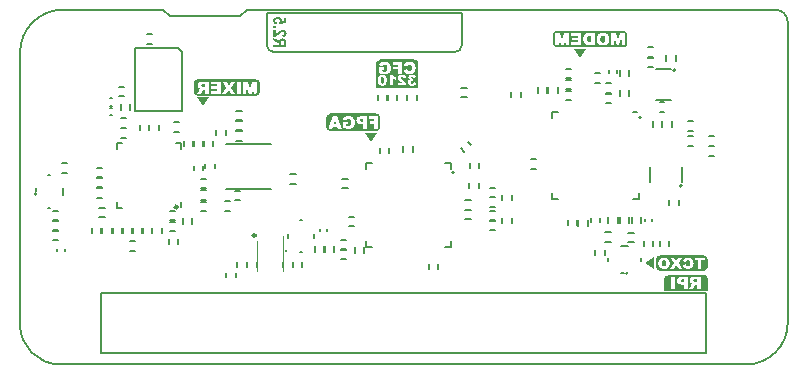
<source format=gbo>
G04*
G04 #@! TF.GenerationSoftware,Altium Limited,CircuitStudio,1.5.2 (30)*
G04*
G04 Layer_Color=52428*
%FSLAX25Y25*%
%MOIN*%
G70*
G01*
G75*
%ADD11C,0.00800*%
%ADD47C,0.00600*%
%ADD53C,0.00500*%
%ADD99C,0.00787*%
%ADD163C,0.00984*%
%ADD164C,0.00984*%
%ADD165C,0.00394*%
G36*
X1263276Y724381D02*
X1249976D01*
Y728881D01*
X1263276D01*
Y724381D01*
D02*
G37*
G36*
X1120676Y815251D02*
X1120799Y815244D01*
X1120909Y815225D01*
X1121020Y815199D01*
X1121117Y815173D01*
X1121214Y815141D01*
X1121298Y815102D01*
X1121376Y815070D01*
X1121441Y815037D01*
X1121499Y814998D01*
X1121551Y814966D01*
X1121596Y814940D01*
X1121629Y814914D01*
X1121655Y814901D01*
X1121668Y814888D01*
X1121674Y814882D01*
X1121732Y814823D01*
X1121784Y814765D01*
X1121830Y814707D01*
X1121869Y814642D01*
X1121927Y814519D01*
X1121972Y814409D01*
X1121992Y814305D01*
X1121998Y814266D01*
X1122005Y814227D01*
X1122011Y814195D01*
Y814175D01*
Y814162D01*
Y814156D01*
X1122005Y814065D01*
X1121985Y813981D01*
X1121966Y813903D01*
X1121940Y813832D01*
X1121907Y813767D01*
X1121888Y813722D01*
X1121869Y813696D01*
X1121862Y813683D01*
X1122614Y813799D01*
Y815096D01*
X1123398D01*
Y813275D01*
X1121117Y812925D01*
X1121020Y813482D01*
X1121078Y813527D01*
X1121123Y813573D01*
X1121169Y813618D01*
X1121201Y813663D01*
X1121259Y813754D01*
X1121298Y813838D01*
X1121318Y813910D01*
X1121331Y813962D01*
X1121337Y814000D01*
Y814013D01*
X1121331Y814098D01*
X1121305Y814169D01*
X1121272Y814240D01*
X1121240Y814292D01*
X1121201Y814337D01*
X1121169Y814370D01*
X1121143Y814389D01*
X1121136Y814396D01*
X1121052Y814447D01*
X1120961Y814486D01*
X1120858Y814512D01*
X1120760Y814532D01*
X1120670Y814545D01*
X1120598Y814551D01*
X1120527D01*
X1120378Y814545D01*
X1120242Y814525D01*
X1120132Y814499D01*
X1120041Y814473D01*
X1119976Y814447D01*
X1119925Y814422D01*
X1119899Y814402D01*
X1119886Y814396D01*
X1119814Y814337D01*
X1119769Y814279D01*
X1119730Y814214D01*
X1119704Y814156D01*
X1119691Y814110D01*
X1119685Y814072D01*
X1119678Y814039D01*
Y814033D01*
X1119685Y813968D01*
X1119704Y813910D01*
X1119730Y813851D01*
X1119763Y813806D01*
X1119788Y813767D01*
X1119814Y813735D01*
X1119834Y813715D01*
X1119840Y813709D01*
X1119905Y813657D01*
X1119983Y813618D01*
X1120054Y813586D01*
X1120125Y813566D01*
X1120190Y813553D01*
X1120249Y813540D01*
X1120281Y813534D01*
X1120294D01*
X1120203Y812847D01*
X1120002Y812879D01*
X1119905Y812905D01*
X1119821Y812931D01*
X1119743Y812964D01*
X1119672Y812996D01*
X1119600Y813028D01*
X1119542Y813061D01*
X1119490Y813093D01*
X1119445Y813126D01*
X1119406Y813151D01*
X1119374Y813177D01*
X1119348Y813197D01*
X1119328Y813216D01*
X1119322Y813223D01*
X1119315Y813229D01*
X1119263Y813294D01*
X1119212Y813359D01*
X1119134Y813488D01*
X1119082Y813624D01*
X1119043Y813748D01*
X1119024Y813858D01*
X1119011Y813910D01*
Y813949D01*
X1119004Y813981D01*
Y814007D01*
Y814020D01*
Y814026D01*
X1119011Y814136D01*
X1119024Y814234D01*
X1119050Y814331D01*
X1119082Y814415D01*
X1119114Y814499D01*
X1119153Y814571D01*
X1119199Y814642D01*
X1119244Y814700D01*
X1119289Y814752D01*
X1119335Y814804D01*
X1119374Y814843D01*
X1119406Y814875D01*
X1119438Y814901D01*
X1119464Y814921D01*
X1119477Y814927D01*
X1119484Y814933D01*
X1119575Y814992D01*
X1119672Y815044D01*
X1119763Y815082D01*
X1119853Y815121D01*
X1120035Y815180D01*
X1120197Y815219D01*
X1120274Y815232D01*
X1120339Y815238D01*
X1120397Y815251D01*
X1120449D01*
X1120488Y815257D01*
X1120547D01*
X1120676Y815251D01*
D02*
G37*
G36*
X1119918Y811583D02*
X1119076D01*
Y812270D01*
X1119918D01*
Y811583D01*
D02*
G37*
G36*
X1166876Y796170D02*
Y792381D01*
X1153876D01*
Y796170D01*
X1153776D01*
Y800481D01*
X1166876D01*
Y796170D01*
D02*
G37*
G36*
X1154176Y777781D02*
X1137176D01*
Y782581D01*
X1154176D01*
Y777781D01*
D02*
G37*
G36*
X1236576Y805581D02*
X1212776D01*
Y810381D01*
X1236576D01*
Y805581D01*
D02*
G37*
G36*
X1263276Y731081D02*
X1247076D01*
Y735481D01*
X1263276D01*
Y731081D01*
D02*
G37*
G36*
X1151776Y773581D02*
X1149776Y776581D01*
X1153776D01*
X1151776Y773581D01*
D02*
G37*
G36*
X1246076Y731181D02*
X1243076Y733181D01*
X1246076Y735181D01*
Y731181D01*
D02*
G37*
G36*
X1221376Y801481D02*
X1219376Y804481D01*
X1223376D01*
X1221376Y801481D01*
D02*
G37*
G36*
X1095476Y785481D02*
X1093476Y788481D01*
X1097476D01*
X1095476Y785481D01*
D02*
G37*
G36*
X1119925Y807967D02*
X1120015Y807922D01*
X1120106Y807877D01*
X1120184Y807831D01*
X1120255Y807792D01*
X1120320Y807754D01*
X1120378Y807721D01*
X1120475Y807663D01*
X1120547Y807618D01*
X1120598Y807579D01*
X1120631Y807559D01*
X1120637Y807553D01*
X1120708Y807494D01*
X1120780Y807430D01*
X1120845Y807365D01*
X1120897Y807306D01*
X1120942Y807255D01*
X1120974Y807209D01*
X1121000Y807183D01*
X1121007Y807170D01*
X1121045Y807332D01*
X1121097Y807469D01*
X1121162Y807592D01*
X1121233Y807689D01*
X1121292Y807767D01*
X1121344Y807825D01*
X1121383Y807857D01*
X1121389Y807870D01*
X1121395D01*
X1121525Y807955D01*
X1121661Y808019D01*
X1121797Y808065D01*
X1121927Y808091D01*
X1122043Y808110D01*
X1122095Y808117D01*
X1122141D01*
X1122173Y808123D01*
X1122225D01*
X1122374Y808117D01*
X1122503Y808097D01*
X1122627Y808071D01*
X1122730Y808045D01*
X1122808Y808013D01*
X1122873Y807987D01*
X1122912Y807967D01*
X1122925Y807961D01*
X1123028Y807896D01*
X1123113Y807825D01*
X1123184Y807760D01*
X1123236Y807695D01*
X1123281Y807637D01*
X1123314Y807592D01*
X1123326Y807559D01*
X1123333Y807546D01*
X1123352Y807494D01*
X1123372Y807436D01*
X1123404Y807306D01*
X1123424Y807170D01*
X1123443Y807034D01*
X1123450Y806911D01*
Y806853D01*
X1123456Y806808D01*
Y806769D01*
Y806736D01*
Y806717D01*
Y806710D01*
Y805181D01*
X1119076D01*
Y805907D01*
X1120903D01*
Y806049D01*
Y806140D01*
X1120897Y806211D01*
X1120890Y806276D01*
X1120877Y806328D01*
X1120871Y806367D01*
X1120858Y806393D01*
X1120851Y806406D01*
Y806412D01*
X1120832Y806458D01*
X1120799Y806497D01*
X1120741Y806561D01*
X1120715Y806587D01*
X1120689Y806607D01*
X1120676Y806620D01*
X1120670Y806626D01*
X1120644Y806646D01*
X1120605Y806672D01*
X1120566Y806704D01*
X1120521Y806730D01*
X1120411Y806795D01*
X1120300Y806859D01*
X1120197Y806918D01*
X1120151Y806944D01*
X1120112Y806970D01*
X1120080Y806989D01*
X1120054Y807002D01*
X1120035Y807015D01*
X1120028D01*
X1119076Y807533D01*
Y808408D01*
X1119925Y807967D01*
D02*
G37*
G36*
X1113976Y789381D02*
X1093176D01*
Y793881D01*
X1113976D01*
Y789381D01*
D02*
G37*
G36*
X1122432Y810961D02*
X1122588Y810929D01*
X1122730Y810884D01*
X1122853Y810832D01*
X1122957Y810773D01*
X1123003Y810747D01*
X1123035Y810728D01*
X1123061Y810709D01*
X1123080Y810696D01*
X1123093Y810689D01*
X1123100Y810683D01*
X1123164Y810624D01*
X1123223Y810566D01*
X1123268Y810501D01*
X1123314Y810430D01*
X1123352Y810359D01*
X1123378Y810287D01*
X1123424Y810151D01*
X1123450Y810022D01*
X1123456Y809970D01*
X1123463Y809918D01*
X1123469Y809879D01*
Y809853D01*
Y809834D01*
Y809827D01*
X1123463Y809737D01*
X1123456Y809646D01*
X1123417Y809484D01*
X1123372Y809341D01*
X1123314Y809225D01*
X1123255Y809127D01*
X1123223Y809095D01*
X1123203Y809063D01*
X1123184Y809037D01*
X1123164Y809017D01*
X1123158Y809011D01*
X1123151Y809004D01*
X1123087Y808946D01*
X1123022Y808901D01*
X1122866Y808816D01*
X1122704Y808752D01*
X1122549Y808706D01*
X1122471Y808687D01*
X1122400Y808667D01*
X1122335Y808661D01*
X1122283Y808648D01*
X1122238Y808641D01*
X1122205D01*
X1122180Y808635D01*
X1122173D01*
X1122082Y809322D01*
X1122205Y809335D01*
X1122309Y809354D01*
X1122400Y809380D01*
X1122478Y809412D01*
X1122549Y809451D01*
X1122601Y809490D01*
X1122646Y809536D01*
X1122685Y809581D01*
X1122711Y809626D01*
X1122730Y809665D01*
X1122756Y809743D01*
X1122763Y809769D01*
X1122769Y809795D01*
Y809808D01*
Y809814D01*
X1122763Y809886D01*
X1122743Y809957D01*
X1122724Y810015D01*
X1122698Y810061D01*
X1122666Y810099D01*
X1122646Y810125D01*
X1122627Y810145D01*
X1122620Y810151D01*
X1122562Y810197D01*
X1122491Y810229D01*
X1122419Y810248D01*
X1122348Y810268D01*
X1122283Y810274D01*
X1122231Y810281D01*
X1122186D01*
X1122089Y810274D01*
X1121992Y810255D01*
X1121901Y810229D01*
X1121823Y810203D01*
X1121752Y810177D01*
X1121700Y810151D01*
X1121668Y810132D01*
X1121655Y810125D01*
X1121616Y810099D01*
X1121570Y810067D01*
X1121467Y809989D01*
X1121357Y809898D01*
X1121240Y809801D01*
X1121130Y809711D01*
X1121078Y809672D01*
X1121039Y809633D01*
X1121007Y809607D01*
X1120981Y809581D01*
X1120961Y809568D01*
X1120955Y809562D01*
X1120838Y809458D01*
X1120722Y809367D01*
X1120618Y809276D01*
X1120521Y809199D01*
X1120423Y809127D01*
X1120339Y809069D01*
X1120261Y809011D01*
X1120190Y808965D01*
X1120125Y808920D01*
X1120074Y808881D01*
X1120022Y808855D01*
X1119983Y808829D01*
X1119950Y808810D01*
X1119931Y808803D01*
X1119918Y808790D01*
X1119911D01*
X1119763Y808726D01*
X1119613Y808674D01*
X1119471Y808628D01*
X1119348Y808603D01*
X1119238Y808583D01*
X1119192Y808570D01*
X1119153Y808564D01*
X1119121D01*
X1119095Y808557D01*
X1119076D01*
Y810974D01*
X1119853D01*
Y809601D01*
X1119937Y809646D01*
X1120009Y809691D01*
X1120035Y809711D01*
X1120061Y809730D01*
X1120074Y809737D01*
X1120080Y809743D01*
X1120138Y809788D01*
X1120210Y809847D01*
X1120287Y809918D01*
X1120372Y809989D01*
X1120449Y810054D01*
X1120514Y810112D01*
X1120540Y810132D01*
X1120560Y810151D01*
X1120566Y810158D01*
X1120572Y810164D01*
X1120715Y810287D01*
X1120845Y810391D01*
X1120955Y810482D01*
X1121052Y810553D01*
X1121123Y810605D01*
X1121182Y810644D01*
X1121214Y810663D01*
X1121227Y810670D01*
X1121324Y810721D01*
X1121415Y810773D01*
X1121499Y810812D01*
X1121577Y810845D01*
X1121642Y810864D01*
X1121687Y810884D01*
X1121719Y810896D01*
X1121732D01*
X1121830Y810922D01*
X1121920Y810942D01*
X1122011Y810955D01*
X1122089Y810968D01*
X1122160D01*
X1122212Y810974D01*
X1122348D01*
X1122432Y810961D01*
D02*
G37*
%LPC*%
G36*
X1236246Y809942D02*
X1234595D01*
X1233966Y807471D01*
X1233330Y809942D01*
X1231680D01*
Y805887D01*
X1232708D01*
Y808980D01*
X1233500Y805887D01*
X1234433D01*
X1235217Y808980D01*
Y805887D01*
X1236246D01*
Y809942D01*
D02*
G37*
G36*
X1217671D02*
X1216021D01*
X1215392Y807471D01*
X1214756Y809942D01*
X1213106D01*
Y805887D01*
X1214134D01*
Y808980D01*
X1214926Y805887D01*
X1215858D01*
X1216643Y808980D01*
Y805887D01*
X1217671D01*
Y809942D01*
D02*
G37*
G36*
X1228942Y810009D02*
X1228846D01*
X1228779Y810001D01*
X1228690Y809994D01*
X1228594Y809979D01*
X1228483Y809964D01*
X1228372Y809942D01*
X1228246Y809912D01*
X1228120Y809875D01*
X1227987Y809831D01*
X1227861Y809779D01*
X1227736Y809713D01*
X1227610Y809639D01*
X1227499Y809557D01*
X1227388Y809461D01*
X1227380Y809454D01*
X1227365Y809439D01*
X1227336Y809402D01*
X1227299Y809365D01*
X1227262Y809306D01*
X1227210Y809239D01*
X1227158Y809158D01*
X1227106Y809069D01*
X1227055Y808965D01*
X1227010Y808854D01*
X1226958Y808729D01*
X1226921Y808595D01*
X1226884Y808447D01*
X1226855Y808292D01*
X1226840Y808122D01*
X1226833Y807944D01*
Y807937D01*
Y807915D01*
Y807878D01*
Y807826D01*
X1226840Y807767D01*
X1226847Y807693D01*
X1226855Y807619D01*
X1226862Y807530D01*
X1226892Y807345D01*
X1226936Y807152D01*
X1226995Y806960D01*
X1227077Y806775D01*
Y806767D01*
X1227084Y806753D01*
X1227099Y806730D01*
X1227121Y806701D01*
X1227173Y806619D01*
X1227254Y806516D01*
X1227351Y806405D01*
X1227469Y806287D01*
X1227602Y806176D01*
X1227765Y806072D01*
X1227773D01*
X1227787Y806065D01*
X1227810Y806050D01*
X1227847Y806035D01*
X1227891Y806013D01*
X1227943Y805991D01*
X1228002Y805968D01*
X1228076Y805946D01*
X1228157Y805924D01*
X1228239Y805902D01*
X1228431Y805857D01*
X1228653Y805828D01*
X1228897Y805820D01*
X1229008D01*
X1229068Y805828D01*
X1229134Y805835D01*
X1229208D01*
X1229297Y805850D01*
X1229475Y805872D01*
X1229659Y805909D01*
X1229852Y805961D01*
X1230029Y806035D01*
X1230037D01*
X1230052Y806042D01*
X1230074Y806057D01*
X1230103Y806079D01*
X1230185Y806131D01*
X1230289Y806205D01*
X1230407Y806294D01*
X1230525Y806420D01*
X1230651Y806560D01*
X1230762Y806723D01*
Y806730D01*
X1230777Y806745D01*
X1230784Y806775D01*
X1230807Y806812D01*
X1230829Y806856D01*
X1230851Y806908D01*
X1230873Y806975D01*
X1230895Y807049D01*
X1230925Y807130D01*
X1230947Y807219D01*
X1230969Y807315D01*
X1230991Y807426D01*
X1231021Y807656D01*
X1231036Y807907D01*
Y807922D01*
Y807952D01*
X1231028Y808003D01*
Y808070D01*
X1231021Y808151D01*
X1231006Y808247D01*
X1230991Y808358D01*
X1230969Y808469D01*
X1230940Y808595D01*
X1230903Y808721D01*
X1230858Y808847D01*
X1230807Y808980D01*
X1230740Y809106D01*
X1230666Y809232D01*
X1230585Y809343D01*
X1230488Y809454D01*
X1230481Y809461D01*
X1230459Y809476D01*
X1230429Y809505D01*
X1230385Y809542D01*
X1230326Y809579D01*
X1230259Y809631D01*
X1230177Y809683D01*
X1230089Y809735D01*
X1229985Y809787D01*
X1229867Y809831D01*
X1229741Y809883D01*
X1229600Y809920D01*
X1229452Y809957D01*
X1229290Y809986D01*
X1229119Y810001D01*
X1228942Y810009D01*
D02*
G37*
G36*
X1226145Y809942D02*
X1224198D01*
X1224146Y809935D01*
X1224095D01*
X1223969Y809920D01*
X1223821Y809905D01*
X1223673Y809875D01*
X1223525Y809838D01*
X1223392Y809787D01*
X1223384D01*
X1223377Y809779D01*
X1223333Y809757D01*
X1223273Y809727D01*
X1223192Y809676D01*
X1223103Y809616D01*
X1223007Y809542D01*
X1222918Y809454D01*
X1222829Y809357D01*
X1222822Y809343D01*
X1222792Y809306D01*
X1222755Y809254D01*
X1222703Y809173D01*
X1222652Y809076D01*
X1222600Y808965D01*
X1222556Y808840D01*
X1222511Y808706D01*
Y808699D01*
X1222504Y808692D01*
Y808669D01*
X1222496Y808640D01*
X1222482Y808566D01*
X1222459Y808469D01*
X1222437Y808351D01*
X1222422Y808218D01*
X1222415Y808077D01*
X1222408Y807922D01*
Y807915D01*
Y807892D01*
Y807863D01*
Y807818D01*
X1222415Y807759D01*
Y807700D01*
X1222430Y807552D01*
X1222445Y807397D01*
X1222474Y807226D01*
X1222511Y807063D01*
X1222563Y806915D01*
Y806908D01*
X1222570Y806901D01*
X1222593Y806856D01*
X1222622Y806790D01*
X1222666Y806708D01*
X1222726Y806612D01*
X1222800Y806516D01*
X1222881Y806412D01*
X1222977Y806316D01*
X1222992Y806309D01*
X1223022Y806279D01*
X1223073Y806235D01*
X1223140Y806183D01*
X1223229Y806131D01*
X1223318Y806079D01*
X1223421Y806028D01*
X1223532Y805991D01*
X1223540D01*
X1223547Y805983D01*
X1223569D01*
X1223599Y805976D01*
X1223680Y805961D01*
X1223784Y805939D01*
X1223895Y805917D01*
X1224028Y805902D01*
X1224154Y805894D01*
X1224287Y805887D01*
X1226145D01*
Y809942D01*
D02*
G37*
G36*
X1221749D02*
X1218389D01*
Y809076D01*
X1220491D01*
Y808432D01*
X1218545D01*
Y807604D01*
X1220491D01*
Y806804D01*
X1218330D01*
Y805887D01*
X1221749D01*
Y809942D01*
D02*
G37*
G36*
X1257136Y728659D02*
X1254990D01*
X1254946Y728651D01*
X1254887D01*
X1254820Y728644D01*
X1254672Y728622D01*
X1254509Y728577D01*
X1254339Y728518D01*
X1254176Y728444D01*
X1254102Y728392D01*
X1254036Y728333D01*
X1254028D01*
X1254021Y728318D01*
X1254006Y728296D01*
X1253984Y728274D01*
X1253925Y728200D01*
X1253865Y728096D01*
X1253806Y727963D01*
X1253747Y727808D01*
X1253710Y727623D01*
X1253695Y727527D01*
Y727416D01*
Y727408D01*
Y727386D01*
Y727356D01*
X1253703Y727312D01*
Y727260D01*
X1253717Y727201D01*
X1253740Y727068D01*
X1253784Y726912D01*
X1253851Y726750D01*
X1253895Y726668D01*
X1253939Y726594D01*
X1253999Y726520D01*
X1254065Y726453D01*
X1254073D01*
X1254080Y726439D01*
X1254102Y726424D01*
X1254132Y726402D01*
X1254176Y726372D01*
X1254221Y726342D01*
X1254280Y726313D01*
X1254346Y726283D01*
X1254420Y726254D01*
X1254502Y726224D01*
X1254598Y726194D01*
X1254702Y726165D01*
X1254813Y726143D01*
X1254931Y726128D01*
X1255057Y726121D01*
X1255197Y726113D01*
X1255878D01*
Y724604D01*
X1257136D01*
Y728659D01*
D02*
G37*
G36*
X1261524D02*
X1259290D01*
X1259238Y728651D01*
X1259105Y728644D01*
X1258964Y728637D01*
X1258816Y728614D01*
X1258675Y728592D01*
X1258550Y728555D01*
X1258535Y728548D01*
X1258498Y728533D01*
X1258439Y728511D01*
X1258372Y728474D01*
X1258291Y728422D01*
X1258209Y728355D01*
X1258128Y728281D01*
X1258054Y728185D01*
X1258046Y728170D01*
X1258024Y728141D01*
X1257995Y728082D01*
X1257958Y728000D01*
X1257921Y727904D01*
X1257891Y727793D01*
X1257869Y727667D01*
X1257861Y727527D01*
Y727512D01*
Y727467D01*
X1257869Y727408D01*
X1257876Y727327D01*
X1257898Y727238D01*
X1257921Y727142D01*
X1257958Y727038D01*
X1258009Y726942D01*
X1258017Y726934D01*
X1258032Y726905D01*
X1258069Y726861D01*
X1258113Y726801D01*
X1258172Y726742D01*
X1258239Y726676D01*
X1258320Y726609D01*
X1258409Y726550D01*
X1258416Y726542D01*
X1258439Y726535D01*
X1258476Y726513D01*
X1258520Y726490D01*
X1258587Y726468D01*
X1258661Y726439D01*
X1258749Y726416D01*
X1258846Y726387D01*
X1258838D01*
X1258809Y726372D01*
X1258772Y726357D01*
X1258720Y726342D01*
X1258616Y726291D01*
X1258564Y726268D01*
X1258520Y726239D01*
X1258505Y726231D01*
X1258490Y726217D01*
X1258468Y726194D01*
X1258439Y726165D01*
X1258409Y726128D01*
X1258365Y726084D01*
X1258320Y726024D01*
X1258313Y726017D01*
X1258298Y725995D01*
X1258276Y725965D01*
X1258246Y725936D01*
X1258187Y725847D01*
X1258165Y725810D01*
X1258143Y725773D01*
X1257528Y724604D01*
X1258949D01*
X1259623Y725839D01*
X1259630Y725847D01*
X1259645Y725876D01*
X1259667Y725921D01*
X1259697Y725965D01*
X1259771Y726069D01*
X1259815Y726113D01*
X1259852Y726150D01*
X1259859Y726158D01*
X1259874Y726165D01*
X1259904Y726180D01*
X1259941Y726202D01*
X1259985Y726217D01*
X1260037Y726231D01*
X1260096Y726239D01*
X1260163Y726246D01*
X1260266D01*
Y724604D01*
X1261524D01*
Y728659D01*
D02*
G37*
G36*
X1122199Y807371D02*
X1122167D01*
X1122089Y807365D01*
X1122024Y807358D01*
X1121959Y807345D01*
X1121914Y807332D01*
X1121869Y807313D01*
X1121842Y807300D01*
X1121823Y807294D01*
X1121817Y807287D01*
X1121771Y807255D01*
X1121732Y807216D01*
X1121706Y807183D01*
X1121681Y807145D01*
X1121661Y807112D01*
X1121648Y807093D01*
X1121642Y807073D01*
Y807067D01*
X1121635Y807034D01*
X1121629Y807002D01*
X1121622Y806911D01*
X1121609Y806808D01*
Y806704D01*
X1121603Y806600D01*
Y806555D01*
Y806516D01*
Y806484D01*
Y806458D01*
Y806445D01*
Y806438D01*
Y805907D01*
X1122717D01*
Y806471D01*
Y806555D01*
Y806633D01*
X1122711Y806704D01*
Y806769D01*
Y806820D01*
X1122704Y806872D01*
Y806911D01*
X1122698Y806950D01*
X1122691Y807002D01*
X1122685Y807034D01*
X1122678Y807054D01*
Y807060D01*
X1122659Y807112D01*
X1122633Y807158D01*
X1122601Y807196D01*
X1122575Y807229D01*
X1122549Y807255D01*
X1122523Y807274D01*
X1122510Y807281D01*
X1122503Y807287D01*
X1122452Y807313D01*
X1122400Y807339D01*
X1122290Y807358D01*
X1122238Y807365D01*
X1122199Y807371D01*
D02*
G37*
G36*
X1252985Y728659D02*
X1251727D01*
Y724604D01*
X1252985D01*
Y728659D01*
D02*
G37*
G36*
X1257283Y735106D02*
X1257217D01*
X1257170Y735099D01*
X1257110D01*
X1257044Y735093D01*
X1256971Y735086D01*
X1256890Y735073D01*
X1256711Y735039D01*
X1256531Y734986D01*
X1256358Y734919D01*
X1256278Y734873D01*
X1256198Y734826D01*
X1256191D01*
X1256178Y734813D01*
X1256158Y734800D01*
X1256131Y734773D01*
X1256098Y734746D01*
X1256058Y734706D01*
X1256018Y734666D01*
X1255972Y734613D01*
X1255925Y734560D01*
X1255878Y734493D01*
X1255825Y734427D01*
X1255778Y734347D01*
X1255732Y734260D01*
X1255685Y734173D01*
X1255645Y734074D01*
X1255605Y733967D01*
X1256604Y733747D01*
Y733754D01*
X1256611Y733774D01*
X1256624Y733807D01*
X1256637Y733841D01*
X1256677Y733920D01*
X1256697Y733954D01*
X1256717Y733987D01*
X1256724Y733994D01*
X1256731Y734007D01*
X1256757Y734034D01*
X1256784Y734060D01*
X1256857Y734127D01*
X1256950Y734187D01*
X1256957Y734194D01*
X1256971Y734200D01*
X1257004Y734213D01*
X1257037Y734227D01*
X1257084Y734240D01*
X1257137Y734247D01*
X1257197Y734260D01*
X1257297D01*
X1257317Y734253D01*
X1257390Y734247D01*
X1257477Y734220D01*
X1257570Y734187D01*
X1257670Y734127D01*
X1257763Y734054D01*
X1257803Y734000D01*
X1257843Y733947D01*
X1257850Y733934D01*
X1257870Y733907D01*
X1257889Y733847D01*
X1257916Y733774D01*
X1257950Y733674D01*
X1257969Y733554D01*
X1257989Y733408D01*
X1257996Y733235D01*
Y733228D01*
Y733208D01*
Y733175D01*
Y733135D01*
X1257989Y733088D01*
Y733028D01*
X1257976Y732901D01*
X1257950Y732768D01*
X1257923Y732628D01*
X1257876Y732502D01*
X1257850Y732449D01*
X1257816Y732402D01*
X1257810Y732395D01*
X1257783Y732369D01*
X1257736Y732335D01*
X1257683Y732295D01*
X1257610Y732249D01*
X1257517Y732215D01*
X1257417Y732189D01*
X1257297Y732182D01*
X1257244D01*
X1257184Y732189D01*
X1257110Y732202D01*
X1257030Y732229D01*
X1256950Y732256D01*
X1256871Y732302D01*
X1256804Y732362D01*
X1256797Y732369D01*
X1256777Y732395D01*
X1256744Y732435D01*
X1256711Y732495D01*
X1256671Y732569D01*
X1256631Y732662D01*
X1256591Y732768D01*
X1256557Y732895D01*
X1255572Y732588D01*
Y732582D01*
X1255579Y732569D01*
X1255585Y732549D01*
X1255592Y732522D01*
X1255612Y732442D01*
X1255652Y732349D01*
X1255692Y732235D01*
X1255752Y732122D01*
X1255812Y732009D01*
X1255892Y731896D01*
X1255898Y731882D01*
X1255931Y731849D01*
X1255978Y731803D01*
X1256038Y731736D01*
X1256118Y731669D01*
X1256205Y731603D01*
X1256311Y731536D01*
X1256424Y731476D01*
X1256431D01*
X1256438Y731470D01*
X1256458Y731463D01*
X1256478Y731456D01*
X1256551Y731430D01*
X1256644Y731410D01*
X1256757Y731383D01*
X1256897Y731356D01*
X1257057Y731343D01*
X1257230Y731336D01*
X1257330D01*
X1257383Y731343D01*
X1257437D01*
X1257503Y731350D01*
X1257576Y731356D01*
X1257730Y731376D01*
X1257896Y731410D01*
X1258056Y731450D01*
X1258209Y731503D01*
X1258216D01*
X1258222Y731509D01*
X1258243Y731523D01*
X1258269Y731536D01*
X1258342Y731583D01*
X1258429Y731643D01*
X1258529Y731729D01*
X1258642Y731829D01*
X1258749Y731956D01*
X1258855Y732109D01*
Y732116D01*
X1258869Y732129D01*
X1258882Y732156D01*
X1258895Y732189D01*
X1258915Y732229D01*
X1258942Y732282D01*
X1258969Y732342D01*
X1258988Y732415D01*
X1259015Y732489D01*
X1259042Y732575D01*
X1259062Y732668D01*
X1259088Y732768D01*
X1259102Y732875D01*
X1259115Y732988D01*
X1259128Y733228D01*
Y733241D01*
Y733268D01*
X1259122Y733314D01*
Y733374D01*
X1259115Y733454D01*
X1259102Y733541D01*
X1259088Y733634D01*
X1259068Y733741D01*
X1259042Y733854D01*
X1259008Y733967D01*
X1258975Y734080D01*
X1258928Y734200D01*
X1258869Y734313D01*
X1258809Y734420D01*
X1258735Y734526D01*
X1258649Y734620D01*
X1258642Y734626D01*
X1258629Y734640D01*
X1258595Y734666D01*
X1258562Y734693D01*
X1258509Y734733D01*
X1258449Y734773D01*
X1258382Y734820D01*
X1258296Y734866D01*
X1258209Y734906D01*
X1258103Y734953D01*
X1257989Y734993D01*
X1257870Y735033D01*
X1257736Y735059D01*
X1257596Y735086D01*
X1257443Y735099D01*
X1257283Y735106D01*
D02*
G37*
G36*
X1255279Y735046D02*
X1254033D01*
X1253394Y733920D01*
X1252761Y735046D01*
X1251529D01*
X1252668Y733274D01*
X1251423Y731396D01*
X1252688D01*
X1253414Y732569D01*
X1254133Y731396D01*
X1255392D01*
X1254133Y733294D01*
X1255279Y735046D01*
D02*
G37*
G36*
X1249312Y735106D02*
X1249225D01*
X1249165Y735099D01*
X1249085Y735093D01*
X1248998Y735079D01*
X1248899Y735066D01*
X1248799Y735046D01*
X1248685Y735019D01*
X1248572Y734986D01*
X1248452Y734946D01*
X1248339Y734900D01*
X1248226Y734839D01*
X1248113Y734773D01*
X1248013Y734700D01*
X1247913Y734613D01*
X1247906Y734606D01*
X1247893Y734593D01*
X1247866Y734560D01*
X1247833Y734526D01*
X1247800Y734473D01*
X1247753Y734413D01*
X1247706Y734340D01*
X1247660Y734260D01*
X1247613Y734167D01*
X1247573Y734067D01*
X1247527Y733954D01*
X1247493Y733834D01*
X1247460Y733701D01*
X1247433Y733561D01*
X1247420Y733408D01*
X1247413Y733248D01*
Y733241D01*
Y733221D01*
Y733188D01*
Y733141D01*
X1247420Y733088D01*
X1247427Y733021D01*
X1247433Y732955D01*
X1247440Y732875D01*
X1247467Y732708D01*
X1247507Y732535D01*
X1247560Y732362D01*
X1247633Y732196D01*
Y732189D01*
X1247640Y732175D01*
X1247653Y732156D01*
X1247673Y732129D01*
X1247720Y732056D01*
X1247793Y731962D01*
X1247880Y731862D01*
X1247986Y731756D01*
X1248106Y731656D01*
X1248252Y731563D01*
X1248259D01*
X1248273Y731556D01*
X1248293Y731543D01*
X1248326Y731530D01*
X1248366Y731509D01*
X1248412Y731490D01*
X1248466Y731470D01*
X1248532Y731450D01*
X1248606Y731430D01*
X1248679Y731410D01*
X1248852Y731370D01*
X1249052Y731343D01*
X1249271Y731336D01*
X1249371D01*
X1249425Y731343D01*
X1249485Y731350D01*
X1249551D01*
X1249631Y731363D01*
X1249791Y731383D01*
X1249957Y731416D01*
X1250131Y731463D01*
X1250290Y731530D01*
X1250297D01*
X1250311Y731536D01*
X1250330Y731550D01*
X1250357Y731569D01*
X1250430Y731616D01*
X1250524Y731683D01*
X1250630Y731763D01*
X1250737Y731876D01*
X1250850Y732002D01*
X1250950Y732149D01*
Y732156D01*
X1250963Y732169D01*
X1250970Y732196D01*
X1250990Y732229D01*
X1251010Y732269D01*
X1251030Y732315D01*
X1251050Y732375D01*
X1251070Y732442D01*
X1251096Y732515D01*
X1251116Y732595D01*
X1251136Y732682D01*
X1251156Y732782D01*
X1251183Y732988D01*
X1251196Y733215D01*
Y733228D01*
Y733254D01*
X1251190Y733301D01*
Y733361D01*
X1251183Y733434D01*
X1251170Y733521D01*
X1251156Y733621D01*
X1251136Y733721D01*
X1251110Y733834D01*
X1251076Y733947D01*
X1251036Y734060D01*
X1250990Y734180D01*
X1250930Y734293D01*
X1250863Y734407D01*
X1250790Y734507D01*
X1250703Y734606D01*
X1250697Y734613D01*
X1250677Y734626D01*
X1250650Y734653D01*
X1250610Y734686D01*
X1250557Y734720D01*
X1250497Y734766D01*
X1250424Y734813D01*
X1250344Y734860D01*
X1250251Y734906D01*
X1250144Y734946D01*
X1250031Y734993D01*
X1249904Y735026D01*
X1249771Y735059D01*
X1249625Y735086D01*
X1249471Y735099D01*
X1249312Y735106D01*
D02*
G37*
G36*
X1262938Y735046D02*
X1259508D01*
Y734147D01*
X1260660D01*
Y731396D01*
X1261786D01*
Y734147D01*
X1262938D01*
Y735046D01*
D02*
G37*
G36*
X1155373Y796057D02*
X1155315D01*
X1155250Y796050D01*
X1155166Y796044D01*
X1155075Y796037D01*
X1154978Y796018D01*
X1154881Y795998D01*
X1154790Y795966D01*
X1154777Y795959D01*
X1154751Y795953D01*
X1154706Y795927D01*
X1154654Y795901D01*
X1154595Y795869D01*
X1154531Y795830D01*
X1154472Y795785D01*
X1154414Y795733D01*
X1154408Y795726D01*
X1154388Y795707D01*
X1154362Y795681D01*
X1154330Y795642D01*
X1154291Y795603D01*
X1154252Y795551D01*
X1154181Y795435D01*
X1154174Y795428D01*
X1154168Y795409D01*
X1154148Y795376D01*
X1154129Y795331D01*
X1154109Y795279D01*
X1154090Y795214D01*
X1154064Y795149D01*
X1154045Y795072D01*
Y795065D01*
X1154038Y795052D01*
X1154032Y795033D01*
X1154025Y795000D01*
X1154019Y794968D01*
X1154012Y794923D01*
X1153993Y794819D01*
X1153973Y794696D01*
X1153954Y794560D01*
X1153947Y794404D01*
X1153941Y794249D01*
Y794236D01*
Y794203D01*
Y794158D01*
X1153947Y794093D01*
X1153954Y794009D01*
X1153960Y793918D01*
X1153967Y793821D01*
X1153980Y793711D01*
X1154019Y793478D01*
X1154077Y793244D01*
X1154116Y793134D01*
X1154161Y793024D01*
X1154213Y792927D01*
X1154271Y792836D01*
X1154278Y792830D01*
X1154284Y792817D01*
X1154304Y792797D01*
X1154336Y792765D01*
X1154375Y792732D01*
X1154420Y792694D01*
X1154472Y792655D01*
X1154537Y792616D01*
X1154608Y792570D01*
X1154693Y792531D01*
X1154783Y792493D01*
X1154887Y792460D01*
X1154997Y792428D01*
X1155120Y792408D01*
X1155256Y792395D01*
X1155399Y792389D01*
X1155477D01*
X1155516Y792395D01*
X1155554D01*
X1155658Y792408D01*
X1155775Y792421D01*
X1155898Y792447D01*
X1156021Y792486D01*
X1156131Y792531D01*
X1156144Y792538D01*
X1156176Y792557D01*
X1156228Y792590D01*
X1156287Y792635D01*
X1156365Y792694D01*
X1156436Y792765D01*
X1156514Y792849D01*
X1156585Y792946D01*
X1156591Y792953D01*
X1156604Y792985D01*
X1156630Y793024D01*
X1156656Y793089D01*
X1156688Y793160D01*
X1156721Y793251D01*
X1156753Y793361D01*
X1156779Y793478D01*
Y793484D01*
Y793491D01*
X1156786Y793510D01*
X1156792Y793536D01*
X1156799Y793607D01*
X1156812Y793704D01*
X1156825Y793815D01*
X1156837Y793944D01*
X1156844Y794087D01*
X1156851Y794236D01*
Y794249D01*
Y794281D01*
Y794333D01*
X1156844Y794398D01*
X1156837Y794482D01*
X1156831Y794579D01*
X1156818Y794683D01*
X1156805Y794793D01*
X1156760Y795026D01*
X1156695Y795260D01*
X1156656Y795370D01*
X1156604Y795473D01*
X1156552Y795564D01*
X1156488Y795648D01*
X1156481Y795655D01*
X1156468Y795668D01*
X1156449Y795687D01*
X1156416Y795713D01*
X1156377Y795746D01*
X1156332Y795778D01*
X1156274Y795817D01*
X1156209Y795856D01*
X1156138Y795888D01*
X1156053Y795927D01*
X1155963Y795959D01*
X1155865Y795992D01*
X1155755Y796018D01*
X1155639Y796037D01*
X1155509Y796050D01*
X1155373Y796057D01*
D02*
G37*
G36*
X1158736D02*
X1157920D01*
Y792447D01*
X1158918D01*
Y794806D01*
X1158931Y794800D01*
X1158957Y794774D01*
X1159008Y794741D01*
X1159067Y794696D01*
X1159138Y794651D01*
X1159222Y794599D01*
X1159306Y794547D01*
X1159391Y794501D01*
X1159404Y794495D01*
X1159429Y794482D01*
X1159481Y794462D01*
X1159546Y794437D01*
X1159630Y794404D01*
X1159721Y794365D01*
X1159831Y794333D01*
X1159954Y794294D01*
Y795098D01*
X1159948D01*
X1159935Y795104D01*
X1159909Y795117D01*
X1159870Y795123D01*
X1159831Y795143D01*
X1159779Y795162D01*
X1159669Y795208D01*
X1159546Y795266D01*
X1159416Y795331D01*
X1159287Y795402D01*
X1159177Y795486D01*
X1159170D01*
X1159164Y795499D01*
X1159131Y795525D01*
X1159080Y795577D01*
X1159015Y795648D01*
X1158943Y795726D01*
X1158872Y795823D01*
X1158801Y795933D01*
X1158736Y796057D01*
D02*
G37*
G36*
X1153975Y782142D02*
X1150874D01*
Y781269D01*
X1152717D01*
Y780566D01*
X1151140D01*
Y779744D01*
X1152717D01*
Y778087D01*
X1153975D01*
Y782142D01*
D02*
G37*
G36*
X1144073Y782209D02*
X1143903D01*
X1143844Y782201D01*
X1143696Y782194D01*
X1143533Y782179D01*
X1143363Y782157D01*
X1143208Y782127D01*
X1143134Y782105D01*
X1143067Y782083D01*
X1143060D01*
X1143052Y782076D01*
X1143008Y782061D01*
X1142949Y782031D01*
X1142875Y781994D01*
X1142786Y781942D01*
X1142690Y781876D01*
X1142601Y781794D01*
X1142512Y781706D01*
X1142505Y781691D01*
X1142475Y781661D01*
X1142438Y781602D01*
X1142386Y781528D01*
X1142334Y781439D01*
X1142275Y781328D01*
X1142223Y781202D01*
X1142179Y781062D01*
X1143385Y780847D01*
Y780855D01*
X1143400Y780884D01*
X1143422Y780929D01*
X1143445Y780980D01*
X1143482Y781032D01*
X1143526Y781091D01*
X1143585Y781143D01*
X1143644Y781195D01*
X1143652Y781202D01*
X1143674Y781217D01*
X1143718Y781232D01*
X1143770Y781261D01*
X1143837Y781284D01*
X1143911Y781298D01*
X1143999Y781313D01*
X1144103Y781321D01*
X1144140D01*
X1144170Y781313D01*
X1144244Y781306D01*
X1144340Y781284D01*
X1144444Y781254D01*
X1144555Y781202D01*
X1144666Y781128D01*
X1144762Y781032D01*
X1144769Y781017D01*
X1144799Y780980D01*
X1144836Y780906D01*
X1144880Y780810D01*
X1144932Y780684D01*
X1144947Y780610D01*
X1144969Y780529D01*
X1144984Y780440D01*
X1144998Y780344D01*
X1145006Y780240D01*
Y780129D01*
Y780122D01*
Y780100D01*
Y780070D01*
X1144998Y780026D01*
Y779966D01*
X1144991Y779907D01*
X1144976Y779767D01*
X1144947Y779611D01*
X1144902Y779456D01*
X1144843Y779308D01*
X1144806Y779249D01*
X1144762Y779189D01*
X1144747Y779175D01*
X1144717Y779145D01*
X1144658Y779101D01*
X1144577Y779049D01*
X1144481Y778997D01*
X1144362Y778953D01*
X1144221Y778923D01*
X1144066Y778908D01*
X1143992D01*
X1143940Y778916D01*
X1143874Y778923D01*
X1143807Y778931D01*
X1143666Y778968D01*
X1143659D01*
X1143629Y778982D01*
X1143592Y778997D01*
X1143541Y779019D01*
X1143474Y779041D01*
X1143400Y779078D01*
X1143311Y779123D01*
X1143223Y779175D01*
Y779560D01*
X1144066D01*
Y780403D01*
X1142127D01*
Y778672D01*
X1142135Y778664D01*
X1142150Y778657D01*
X1142179Y778635D01*
X1142223Y778612D01*
X1142268Y778583D01*
X1142327Y778546D01*
X1142460Y778464D01*
X1142616Y778383D01*
X1142786Y778294D01*
X1142956Y778213D01*
X1143119Y778154D01*
X1143126D01*
X1143141Y778146D01*
X1143163Y778139D01*
X1143193Y778131D01*
X1143237Y778124D01*
X1143282Y778109D01*
X1143341Y778102D01*
X1143400Y778087D01*
X1143548Y778065D01*
X1143726Y778043D01*
X1143918Y778028D01*
X1144133Y778020D01*
X1144199D01*
X1144251Y778028D01*
X1144318D01*
X1144384Y778035D01*
X1144466Y778043D01*
X1144555Y778050D01*
X1144740Y778080D01*
X1144939Y778124D01*
X1145132Y778183D01*
X1145317Y778265D01*
X1145324D01*
X1145339Y778279D01*
X1145361Y778294D01*
X1145391Y778309D01*
X1145472Y778368D01*
X1145576Y778449D01*
X1145687Y778546D01*
X1145805Y778672D01*
X1145916Y778820D01*
X1146020Y778990D01*
Y778997D01*
X1146027Y779012D01*
X1146042Y779041D01*
X1146057Y779078D01*
X1146079Y779123D01*
X1146094Y779175D01*
X1146116Y779241D01*
X1146138Y779315D01*
X1146168Y779389D01*
X1146190Y779478D01*
X1146227Y779670D01*
X1146257Y779885D01*
X1146264Y780115D01*
Y780122D01*
Y780144D01*
Y780181D01*
X1146257Y780226D01*
Y780285D01*
X1146249Y780351D01*
X1146242Y780425D01*
X1146227Y780507D01*
X1146197Y780684D01*
X1146146Y780877D01*
X1146079Y781069D01*
X1145990Y781261D01*
Y781269D01*
X1145975Y781284D01*
X1145961Y781306D01*
X1145938Y781343D01*
X1145879Y781432D01*
X1145790Y781543D01*
X1145672Y781661D01*
X1145539Y781787D01*
X1145376Y781905D01*
X1145191Y782009D01*
X1145183D01*
X1145169Y782016D01*
X1145146Y782031D01*
X1145117Y782038D01*
X1145072Y782053D01*
X1145021Y782076D01*
X1144961Y782090D01*
X1144895Y782113D01*
X1144821Y782127D01*
X1144732Y782142D01*
X1144643Y782164D01*
X1144547Y782179D01*
X1144436Y782194D01*
X1144325Y782201D01*
X1144073Y782209D01*
D02*
G37*
G36*
X1162041Y796057D02*
X1161957D01*
X1161911Y796050D01*
X1161860D01*
X1161743Y796044D01*
X1161613Y796024D01*
X1161477Y796005D01*
X1161348Y795972D01*
X1161231Y795933D01*
X1161224D01*
X1161218Y795927D01*
X1161186Y795914D01*
X1161127Y795882D01*
X1161063Y795843D01*
X1160991Y795791D01*
X1160913Y795733D01*
X1160836Y795655D01*
X1160771Y795571D01*
X1160764Y795558D01*
X1160745Y795525D01*
X1160719Y795480D01*
X1160687Y795409D01*
X1160654Y795331D01*
X1160628Y795234D01*
X1160609Y795130D01*
X1160602Y795020D01*
Y795013D01*
Y795007D01*
Y794987D01*
Y794968D01*
X1160615Y794903D01*
X1160628Y794819D01*
X1160648Y794728D01*
X1160687Y794618D01*
X1160732Y794508D01*
X1160797Y794398D01*
X1160803Y794385D01*
X1160836Y794346D01*
X1160881Y794288D01*
X1160952Y794210D01*
X1161049Y794113D01*
X1161108Y794061D01*
X1161166Y794002D01*
X1161237Y793944D01*
X1161315Y793879D01*
X1161399Y793815D01*
X1161490Y793750D01*
X1161503Y793743D01*
X1161535Y793717D01*
X1161587Y793678D01*
X1161652Y793633D01*
X1161717Y793588D01*
X1161788Y793542D01*
X1161847Y793497D01*
X1161892Y793458D01*
X1161898Y793452D01*
X1161911Y793445D01*
X1161931Y793426D01*
X1161957Y793406D01*
X1162028Y793335D01*
X1162125Y793251D01*
X1160577D01*
Y792447D01*
X1163544D01*
Y792454D01*
Y792467D01*
X1163538Y792493D01*
X1163531Y792519D01*
X1163525Y792557D01*
X1163518Y792603D01*
X1163486Y792713D01*
X1163447Y792836D01*
X1163395Y792972D01*
X1163324Y793121D01*
X1163240Y793264D01*
X1163233Y793270D01*
X1163227Y793283D01*
X1163214Y793303D01*
X1163188Y793335D01*
X1163155Y793367D01*
X1163123Y793413D01*
X1163071Y793465D01*
X1163019Y793523D01*
X1162961Y793588D01*
X1162890Y793659D01*
X1162812Y793730D01*
X1162721Y793815D01*
X1162624Y793899D01*
X1162514Y793990D01*
X1162397Y794080D01*
X1162268Y794177D01*
X1162261Y794184D01*
X1162248Y794190D01*
X1162229Y794210D01*
X1162197Y794229D01*
X1162125Y794288D01*
X1162035Y794359D01*
X1161944Y794443D01*
X1161847Y794521D01*
X1161769Y794599D01*
X1161736Y794637D01*
X1161710Y794670D01*
X1161704Y794676D01*
X1161691Y794696D01*
X1161672Y794728D01*
X1161646Y794774D01*
X1161626Y794819D01*
X1161607Y794877D01*
X1161594Y794929D01*
X1161587Y794987D01*
Y794994D01*
Y795013D01*
X1161594Y795046D01*
X1161600Y795085D01*
X1161620Y795130D01*
X1161639Y795175D01*
X1161672Y795221D01*
X1161710Y795266D01*
X1161717Y795272D01*
X1161730Y795286D01*
X1161756Y795305D01*
X1161795Y795324D01*
X1161840Y795344D01*
X1161892Y795363D01*
X1161950Y795376D01*
X1162015Y795383D01*
X1162047D01*
X1162080Y795376D01*
X1162125Y795370D01*
X1162171Y795350D01*
X1162222Y795331D01*
X1162274Y795298D01*
X1162326Y795260D01*
X1162333Y795253D01*
X1162346Y795240D01*
X1162365Y795208D01*
X1162391Y795162D01*
X1162417Y795104D01*
X1162443Y795033D01*
X1162462Y794948D01*
X1162482Y794845D01*
X1163473Y794923D01*
Y794929D01*
Y794942D01*
X1163466Y794962D01*
X1163460Y794994D01*
X1163447Y795065D01*
X1163428Y795162D01*
X1163395Y795266D01*
X1163363Y795370D01*
X1163317Y795473D01*
X1163266Y795571D01*
X1163259Y795584D01*
X1163240Y795610D01*
X1163201Y795648D01*
X1163149Y795700D01*
X1163091Y795758D01*
X1163013Y795817D01*
X1162929Y795875D01*
X1162825Y795927D01*
X1162819D01*
X1162812Y795933D01*
X1162773Y795947D01*
X1162708Y795966D01*
X1162618Y795992D01*
X1162508Y796018D01*
X1162371Y796037D01*
X1162216Y796050D01*
X1162041Y796057D01*
D02*
G37*
G36*
X1156111Y800359D02*
X1155941D01*
X1155882Y800351D01*
X1155734Y800344D01*
X1155571Y800329D01*
X1155401Y800307D01*
X1155245Y800277D01*
X1155171Y800255D01*
X1155105Y800233D01*
X1155097D01*
X1155090Y800226D01*
X1155046Y800211D01*
X1154986Y800181D01*
X1154912Y800144D01*
X1154824Y800092D01*
X1154727Y800026D01*
X1154639Y799944D01*
X1154550Y799856D01*
X1154543Y799841D01*
X1154513Y799811D01*
X1154476Y799752D01*
X1154424Y799678D01*
X1154372Y799589D01*
X1154313Y799478D01*
X1154261Y799352D01*
X1154217Y799212D01*
X1155423Y798997D01*
Y799005D01*
X1155438Y799034D01*
X1155460Y799079D01*
X1155482Y799130D01*
X1155519Y799182D01*
X1155564Y799241D01*
X1155623Y799293D01*
X1155682Y799345D01*
X1155690Y799352D01*
X1155712Y799367D01*
X1155756Y799382D01*
X1155808Y799411D01*
X1155875Y799434D01*
X1155949Y799448D01*
X1156037Y799463D01*
X1156141Y799471D01*
X1156178D01*
X1156207Y799463D01*
X1156281Y799456D01*
X1156378Y799434D01*
X1156481Y799404D01*
X1156592Y799352D01*
X1156703Y799278D01*
X1156800Y799182D01*
X1156807Y799167D01*
X1156837Y799130D01*
X1156874Y799056D01*
X1156918Y798960D01*
X1156970Y798834D01*
X1156985Y798760D01*
X1157007Y798679D01*
X1157022Y798590D01*
X1157036Y798494D01*
X1157044Y798390D01*
Y798279D01*
Y798272D01*
Y798250D01*
Y798220D01*
X1157036Y798176D01*
Y798116D01*
X1157029Y798057D01*
X1157014Y797917D01*
X1156985Y797761D01*
X1156940Y797606D01*
X1156881Y797458D01*
X1156844Y797399D01*
X1156800Y797339D01*
X1156785Y797325D01*
X1156755Y797295D01*
X1156696Y797251D01*
X1156614Y797199D01*
X1156518Y797147D01*
X1156400Y797103D01*
X1156259Y797073D01*
X1156104Y797058D01*
X1156030D01*
X1155978Y797066D01*
X1155912Y797073D01*
X1155845Y797081D01*
X1155704Y797118D01*
X1155697D01*
X1155667Y797132D01*
X1155630Y797147D01*
X1155579Y797169D01*
X1155512Y797191D01*
X1155438Y797228D01*
X1155349Y797273D01*
X1155260Y797325D01*
Y797710D01*
X1156104D01*
Y798553D01*
X1154165D01*
Y796821D01*
X1154173Y796814D01*
X1154187Y796807D01*
X1154217Y796784D01*
X1154261Y796762D01*
X1154306Y796733D01*
X1154365Y796696D01*
X1154498Y796614D01*
X1154653Y796533D01*
X1154824Y796444D01*
X1154994Y796363D01*
X1155157Y796304D01*
X1155164D01*
X1155179Y796296D01*
X1155201Y796289D01*
X1155231Y796281D01*
X1155275Y796274D01*
X1155319Y796259D01*
X1155379Y796252D01*
X1155438Y796237D01*
X1155586Y796215D01*
X1155764Y796193D01*
X1155912Y796181D01*
X1156386D01*
X1156422Y796185D01*
X1156503Y796193D01*
X1156592Y796200D01*
X1156777Y796230D01*
X1156977Y796274D01*
X1157170Y796333D01*
X1157355Y796415D01*
X1157362D01*
X1157377Y796429D01*
X1157399Y796444D01*
X1157428Y796459D01*
X1157510Y796518D01*
X1157613Y796599D01*
X1157724Y796696D01*
X1157843Y796821D01*
X1157954Y796970D01*
X1158057Y797140D01*
Y797147D01*
X1158065Y797162D01*
X1158080Y797191D01*
X1158095Y797228D01*
X1158117Y797273D01*
X1158132Y797325D01*
X1158154Y797391D01*
X1158176Y797465D01*
X1158206Y797539D01*
X1158228Y797628D01*
X1158265Y797821D01*
X1158294Y798035D01*
X1158302Y798265D01*
Y798272D01*
Y798294D01*
Y798331D01*
X1158294Y798376D01*
Y798435D01*
X1158287Y798501D01*
X1158280Y798575D01*
X1158265Y798657D01*
X1158235Y798834D01*
X1158183Y799027D01*
X1158117Y799219D01*
X1158028Y799411D01*
Y799419D01*
X1158013Y799434D01*
X1157998Y799456D01*
X1157976Y799493D01*
X1157917Y799582D01*
X1157828Y799693D01*
X1157710Y799811D01*
X1157576Y799937D01*
X1157414Y800055D01*
X1157229Y800159D01*
X1157221D01*
X1157207Y800166D01*
X1157184Y800181D01*
X1157155Y800189D01*
X1157110Y800203D01*
X1157059Y800226D01*
X1156999Y800240D01*
X1156933Y800263D01*
X1156859Y800277D01*
X1156770Y800292D01*
X1156681Y800314D01*
X1156585Y800329D01*
X1156474Y800344D01*
X1156363Y800351D01*
X1156111Y800359D01*
D02*
G37*
G36*
X1164436D02*
X1164362D01*
X1164310Y800351D01*
X1164244D01*
X1164170Y800344D01*
X1164089Y800336D01*
X1164000Y800322D01*
X1163800Y800285D01*
X1163600Y800226D01*
X1163408Y800152D01*
X1163319Y800100D01*
X1163230Y800048D01*
X1163223D01*
X1163208Y800033D01*
X1163186Y800018D01*
X1163156Y799989D01*
X1163119Y799959D01*
X1163075Y799915D01*
X1163030Y799870D01*
X1162978Y799811D01*
X1162927Y799752D01*
X1162875Y799678D01*
X1162816Y799604D01*
X1162764Y799515D01*
X1162712Y799419D01*
X1162660Y799323D01*
X1162616Y799212D01*
X1162572Y799093D01*
X1163682Y798849D01*
Y798856D01*
X1163689Y798879D01*
X1163704Y798916D01*
X1163719Y798953D01*
X1163763Y799042D01*
X1163785Y799079D01*
X1163807Y799116D01*
X1163815Y799123D01*
X1163822Y799138D01*
X1163852Y799167D01*
X1163881Y799197D01*
X1163963Y799271D01*
X1164066Y799337D01*
X1164074Y799345D01*
X1164089Y799352D01*
X1164126Y799367D01*
X1164163Y799382D01*
X1164214Y799397D01*
X1164273Y799404D01*
X1164340Y799419D01*
X1164451D01*
X1164473Y799411D01*
X1164555Y799404D01*
X1164651Y799374D01*
X1164754Y799337D01*
X1164865Y799271D01*
X1164969Y799190D01*
X1165014Y799130D01*
X1165058Y799071D01*
X1165065Y799056D01*
X1165088Y799027D01*
X1165110Y798960D01*
X1165139Y798879D01*
X1165176Y798768D01*
X1165199Y798634D01*
X1165221Y798472D01*
X1165228Y798279D01*
Y798272D01*
Y798250D01*
Y798213D01*
Y798168D01*
X1165221Y798116D01*
Y798050D01*
X1165206Y797909D01*
X1165176Y797761D01*
X1165147Y797606D01*
X1165095Y797465D01*
X1165065Y797406D01*
X1165028Y797354D01*
X1165021Y797347D01*
X1164991Y797317D01*
X1164939Y797280D01*
X1164880Y797236D01*
X1164799Y797184D01*
X1164695Y797147D01*
X1164584Y797118D01*
X1164451Y797110D01*
X1164392D01*
X1164325Y797118D01*
X1164244Y797132D01*
X1164155Y797162D01*
X1164066Y797191D01*
X1163978Y797243D01*
X1163904Y797310D01*
X1163896Y797317D01*
X1163874Y797347D01*
X1163837Y797391D01*
X1163800Y797458D01*
X1163756Y797539D01*
X1163711Y797643D01*
X1163667Y797761D01*
X1163630Y797902D01*
X1162535Y797562D01*
Y797554D01*
X1162542Y797539D01*
X1162549Y797517D01*
X1162557Y797487D01*
X1162579Y797399D01*
X1162623Y797295D01*
X1162668Y797169D01*
X1162734Y797044D01*
X1162801Y796918D01*
X1162890Y796792D01*
X1162897Y796777D01*
X1162934Y796740D01*
X1162986Y796688D01*
X1163052Y796614D01*
X1163141Y796540D01*
X1163237Y796466D01*
X1163356Y796392D01*
X1163482Y796326D01*
X1163489D01*
X1163496Y796318D01*
X1163519Y796311D01*
X1163541Y796304D01*
X1163622Y796274D01*
X1163726Y796252D01*
X1163852Y796222D01*
X1164007Y796193D01*
X1164144Y796181D01*
X1164641D01*
X1164680Y796185D01*
X1164762Y796193D01*
X1164932Y796215D01*
X1165117Y796252D01*
X1165295Y796296D01*
X1165465Y796355D01*
X1165472D01*
X1165480Y796363D01*
X1165502Y796378D01*
X1165532Y796392D01*
X1165613Y796444D01*
X1165709Y796511D01*
X1165820Y796607D01*
X1165946Y796718D01*
X1166064Y796859D01*
X1166183Y797029D01*
Y797036D01*
X1166197Y797051D01*
X1166212Y797081D01*
X1166227Y797118D01*
X1166249Y797162D01*
X1166279Y797221D01*
X1166308Y797288D01*
X1166331Y797369D01*
X1166360Y797450D01*
X1166390Y797547D01*
X1166412Y797650D01*
X1166442Y797761D01*
X1166457Y797880D01*
X1166471Y798005D01*
X1166486Y798272D01*
Y798287D01*
Y798316D01*
X1166479Y798368D01*
Y798435D01*
X1166471Y798524D01*
X1166457Y798620D01*
X1166442Y798723D01*
X1166420Y798842D01*
X1166390Y798968D01*
X1166353Y799093D01*
X1166316Y799219D01*
X1166264Y799352D01*
X1166197Y799478D01*
X1166131Y799597D01*
X1166049Y799715D01*
X1165953Y799819D01*
X1165946Y799826D01*
X1165931Y799841D01*
X1165894Y799870D01*
X1165857Y799900D01*
X1165798Y799944D01*
X1165731Y799989D01*
X1165657Y800041D01*
X1165561Y800092D01*
X1165465Y800137D01*
X1165347Y800189D01*
X1165221Y800233D01*
X1165088Y800277D01*
X1164939Y800307D01*
X1164784Y800336D01*
X1164614Y800351D01*
X1164436Y800359D01*
D02*
G37*
G36*
X1165378Y796057D02*
X1165313D01*
X1165261Y796050D01*
X1165203D01*
X1165138Y796044D01*
X1165067Y796037D01*
X1164989Y796024D01*
X1164821Y795992D01*
X1164659Y795947D01*
X1164497Y795882D01*
X1164432Y795843D01*
X1164367Y795797D01*
X1164361D01*
X1164354Y795785D01*
X1164315Y795752D01*
X1164270Y795694D01*
X1164212Y795616D01*
X1164153Y795525D01*
X1164102Y795415D01*
X1164069Y795286D01*
X1164063Y795214D01*
X1164056Y795143D01*
Y795130D01*
Y795104D01*
X1164063Y795059D01*
X1164069Y795007D01*
X1164089Y794942D01*
X1164108Y794871D01*
X1164141Y794800D01*
X1164186Y794728D01*
X1164192Y794722D01*
X1164212Y794696D01*
X1164238Y794663D01*
X1164277Y794618D01*
X1164328Y794573D01*
X1164393Y794514D01*
X1164471Y794456D01*
X1164562Y794404D01*
X1164555D01*
X1164529Y794398D01*
X1164490Y794385D01*
X1164445Y794372D01*
X1164348Y794333D01*
X1164296Y794313D01*
X1164251Y794288D01*
X1164244Y794281D01*
X1164225Y794268D01*
X1164192Y794242D01*
X1164153Y794210D01*
X1164108Y794171D01*
X1164063Y794119D01*
X1164017Y794061D01*
X1163978Y793996D01*
X1163972Y793990D01*
X1163959Y793964D01*
X1163946Y793925D01*
X1163927Y793879D01*
X1163907Y793815D01*
X1163888Y793743D01*
X1163881Y793666D01*
X1163875Y793575D01*
Y793568D01*
Y793562D01*
Y793523D01*
X1163881Y793465D01*
X1163894Y793387D01*
X1163914Y793290D01*
X1163946Y793192D01*
X1163985Y793089D01*
X1164043Y792979D01*
X1164050Y792966D01*
X1164076Y792933D01*
X1164108Y792881D01*
X1164160Y792817D01*
X1164231Y792745D01*
X1164309Y792674D01*
X1164400Y792603D01*
X1164510Y792538D01*
X1164516D01*
X1164523Y792531D01*
X1164542Y792525D01*
X1164568Y792512D01*
X1164594Y792506D01*
X1164633Y792493D01*
X1164724Y792467D01*
X1164840Y792434D01*
X1164976Y792415D01*
X1165138Y792395D01*
X1165313Y792389D01*
X1165391D01*
X1165430Y792395D01*
X1165482D01*
X1165586Y792402D01*
X1165709Y792415D01*
X1165838Y792434D01*
X1165961Y792460D01*
X1166078Y792499D01*
X1166091Y792506D01*
X1166123Y792519D01*
X1166175Y792544D01*
X1166240Y792583D01*
X1166311Y792629D01*
X1166389Y792687D01*
X1166467Y792752D01*
X1166538Y792830D01*
X1166545Y792842D01*
X1166570Y792869D01*
X1166603Y792914D01*
X1166642Y792979D01*
X1166687Y793063D01*
X1166726Y793154D01*
X1166771Y793264D01*
X1166810Y793380D01*
X1165825Y793516D01*
Y793504D01*
X1165812Y793471D01*
X1165799Y793419D01*
X1165780Y793354D01*
X1165728Y793218D01*
X1165689Y793154D01*
X1165650Y793102D01*
X1165644Y793095D01*
X1165631Y793082D01*
X1165598Y793069D01*
X1165566Y793050D01*
X1165521Y793024D01*
X1165462Y793011D01*
X1165404Y792998D01*
X1165333Y792992D01*
X1165300D01*
X1165261Y792998D01*
X1165216Y793011D01*
X1165164Y793024D01*
X1165106Y793050D01*
X1165054Y793089D01*
X1165002Y793134D01*
X1164996Y793141D01*
X1164983Y793160D01*
X1164957Y793192D01*
X1164931Y793238D01*
X1164912Y793290D01*
X1164886Y793361D01*
X1164873Y793439D01*
X1164866Y793523D01*
Y793536D01*
Y793562D01*
X1164873Y793607D01*
X1164879Y793666D01*
X1164899Y793724D01*
X1164918Y793789D01*
X1164950Y793847D01*
X1164996Y793905D01*
X1165002Y793912D01*
X1165022Y793925D01*
X1165048Y793951D01*
X1165086Y793976D01*
X1165138Y793996D01*
X1165197Y794022D01*
X1165268Y794035D01*
X1165346Y794041D01*
X1165391D01*
X1165430Y794035D01*
X1165475Y794028D01*
X1165527Y794015D01*
X1165592Y794002D01*
X1165663Y793983D01*
X1165618Y794683D01*
X1165573D01*
X1165527Y794676D01*
X1165456D01*
X1165417Y794683D01*
X1165372Y794689D01*
X1165326Y794702D01*
X1165268Y794728D01*
X1165216Y794754D01*
X1165164Y794793D01*
X1165158Y794800D01*
X1165145Y794812D01*
X1165119Y794838D01*
X1165093Y794877D01*
X1165074Y794916D01*
X1165048Y794968D01*
X1165035Y795026D01*
X1165028Y795085D01*
Y795091D01*
Y795111D01*
X1165035Y795143D01*
X1165041Y795175D01*
X1165054Y795221D01*
X1165067Y795260D01*
X1165093Y795305D01*
X1165125Y795344D01*
X1165132Y795350D01*
X1165145Y795357D01*
X1165164Y795376D01*
X1165197Y795396D01*
X1165236Y795409D01*
X1165281Y795428D01*
X1165333Y795435D01*
X1165398Y795441D01*
X1165423D01*
X1165456Y795435D01*
X1165501Y795428D01*
X1165547Y795415D01*
X1165592Y795396D01*
X1165637Y795370D01*
X1165683Y795331D01*
X1165689Y795324D01*
X1165702Y795311D01*
X1165715Y795286D01*
X1165741Y795247D01*
X1165761Y795195D01*
X1165786Y795136D01*
X1165806Y795059D01*
X1165825Y794968D01*
X1166758Y795130D01*
Y795136D01*
X1166752Y795149D01*
X1166745Y795175D01*
X1166739Y795201D01*
X1166720Y795240D01*
X1166707Y795286D01*
X1166661Y795383D01*
X1166603Y795493D01*
X1166525Y795610D01*
X1166434Y795720D01*
X1166318Y795817D01*
X1166311D01*
X1166305Y795830D01*
X1166285Y795836D01*
X1166253Y795856D01*
X1166221Y795875D01*
X1166182Y795895D01*
X1166130Y795914D01*
X1166072Y795940D01*
X1166013Y795959D01*
X1165942Y795979D01*
X1165864Y795998D01*
X1165780Y796018D01*
X1165689Y796037D01*
X1165592Y796044D01*
X1165378Y796057D01*
D02*
G37*
G36*
X1161920Y800292D02*
X1158820D01*
Y799419D01*
X1160662D01*
Y798716D01*
X1159086D01*
Y797894D01*
X1160662D01*
Y796237D01*
X1161920D01*
Y800292D01*
D02*
G37*
G36*
X1150208Y782142D02*
X1148062D01*
X1148018Y782135D01*
X1147958D01*
X1147892Y782127D01*
X1147744Y782105D01*
X1147581Y782061D01*
X1147411Y782001D01*
X1147248Y781927D01*
X1147174Y781876D01*
X1147108Y781816D01*
X1147100D01*
X1147093Y781802D01*
X1147078Y781779D01*
X1147056Y781757D01*
X1146996Y781683D01*
X1146937Y781580D01*
X1146878Y781447D01*
X1146819Y781291D01*
X1146782Y781106D01*
X1146767Y781010D01*
Y780899D01*
Y780892D01*
Y780869D01*
Y780840D01*
X1146774Y780795D01*
Y780744D01*
X1146789Y780684D01*
X1146811Y780551D01*
X1146856Y780396D01*
X1146922Y780233D01*
X1146967Y780152D01*
X1147011Y780078D01*
X1147071Y780003D01*
X1147137Y779937D01*
X1147145D01*
X1147152Y779922D01*
X1147174Y779907D01*
X1147204Y779885D01*
X1147248Y779855D01*
X1147293Y779826D01*
X1147352Y779796D01*
X1147418Y779767D01*
X1147492Y779737D01*
X1147574Y779707D01*
X1147670Y779678D01*
X1147773Y779648D01*
X1147884Y779626D01*
X1148003Y779611D01*
X1148129Y779604D01*
X1148269Y779597D01*
X1148950D01*
Y778087D01*
X1150208D01*
Y782142D01*
D02*
G37*
G36*
X1101637Y793659D02*
X1098277D01*
Y792793D01*
X1100379D01*
Y792149D01*
X1098433D01*
Y791320D01*
X1100379D01*
Y790521D01*
X1098218D01*
Y789604D01*
X1101637D01*
Y793659D01*
D02*
G37*
G36*
X1108201D02*
X1106943D01*
Y789604D01*
X1108201D01*
Y793659D01*
D02*
G37*
G36*
X1113617D02*
X1111967D01*
X1111338Y791187D01*
X1110702Y793659D01*
X1109052D01*
Y789604D01*
X1110080D01*
Y792697D01*
X1110872Y789604D01*
X1111804D01*
X1112589Y792697D01*
Y789604D01*
X1113617D01*
Y793659D01*
D02*
G37*
G36*
X1140277Y782142D02*
X1138901D01*
X1137376Y778087D01*
X1138694D01*
X1138894Y778753D01*
X1140314D01*
X1140514Y778087D01*
X1141794D01*
X1140277Y782142D01*
D02*
G37*
G36*
X1097530Y793659D02*
X1095295D01*
X1095243Y793651D01*
X1095110Y793644D01*
X1094969Y793637D01*
X1094821Y793614D01*
X1094681Y793592D01*
X1094555Y793555D01*
X1094540Y793548D01*
X1094503Y793533D01*
X1094444Y793511D01*
X1094377Y793474D01*
X1094296Y793422D01*
X1094215Y793355D01*
X1094133Y793281D01*
X1094059Y793185D01*
X1094052Y793170D01*
X1094030Y793141D01*
X1094000Y793082D01*
X1093963Y793000D01*
X1093926Y792904D01*
X1093896Y792793D01*
X1093874Y792667D01*
X1093867Y792526D01*
Y792512D01*
Y792467D01*
X1093874Y792408D01*
X1093882Y792327D01*
X1093904Y792238D01*
X1093926Y792142D01*
X1093963Y792038D01*
X1094015Y791942D01*
X1094022Y791934D01*
X1094037Y791905D01*
X1094074Y791860D01*
X1094118Y791801D01*
X1094178Y791742D01*
X1094244Y791676D01*
X1094326Y791609D01*
X1094414Y791550D01*
X1094422Y791542D01*
X1094444Y791535D01*
X1094481Y791513D01*
X1094525Y791491D01*
X1094592Y791468D01*
X1094666Y791439D01*
X1094755Y791417D01*
X1094851Y791387D01*
X1094844D01*
X1094814Y791372D01*
X1094777Y791357D01*
X1094725Y791342D01*
X1094622Y791291D01*
X1094570Y791268D01*
X1094525Y791239D01*
X1094511Y791231D01*
X1094496Y791217D01*
X1094474Y791194D01*
X1094444Y791165D01*
X1094414Y791128D01*
X1094370Y791083D01*
X1094326Y791024D01*
X1094318Y791017D01*
X1094303Y790995D01*
X1094281Y790965D01*
X1094252Y790936D01*
X1094192Y790847D01*
X1094170Y790810D01*
X1094148Y790773D01*
X1093534Y789604D01*
X1094955D01*
X1095628Y790839D01*
X1095635Y790847D01*
X1095650Y790876D01*
X1095672Y790921D01*
X1095702Y790965D01*
X1095776Y791069D01*
X1095820Y791113D01*
X1095857Y791150D01*
X1095865Y791157D01*
X1095880Y791165D01*
X1095909Y791180D01*
X1095946Y791202D01*
X1095991Y791217D01*
X1096042Y791231D01*
X1096102Y791239D01*
X1096168Y791246D01*
X1096272D01*
Y789604D01*
X1097530D01*
Y793659D01*
D02*
G37*
G36*
X1106328D02*
X1104945D01*
X1104234Y792408D01*
X1103531Y793659D01*
X1102162D01*
X1103428Y791690D01*
X1102044Y789604D01*
X1103450D01*
X1104256Y790906D01*
X1105056Y789604D01*
X1106454D01*
X1105056Y791713D01*
X1106328Y793659D01*
D02*
G37*
%LPD*%
G36*
X1224894Y806812D02*
X1224524D01*
X1224457Y806819D01*
X1224368D01*
X1224280Y806834D01*
X1224183Y806849D01*
X1224102Y806864D01*
X1224028Y806893D01*
X1224021Y806901D01*
X1223999Y806908D01*
X1223969Y806930D01*
X1223932Y806967D01*
X1223888Y807004D01*
X1223843Y807056D01*
X1223799Y807123D01*
X1223762Y807197D01*
X1223754Y807204D01*
X1223747Y807241D01*
X1223732Y807293D01*
X1223710Y807367D01*
X1223695Y807463D01*
X1223680Y807589D01*
X1223673Y807730D01*
X1223666Y807900D01*
Y807907D01*
Y807929D01*
Y807959D01*
Y808003D01*
X1223673Y808055D01*
Y808114D01*
X1223695Y808255D01*
X1223717Y808395D01*
X1223754Y808543D01*
X1223806Y808677D01*
X1223843Y808729D01*
X1223880Y808780D01*
X1223888Y808788D01*
X1223925Y808817D01*
X1223976Y808854D01*
X1224050Y808906D01*
X1224146Y808951D01*
X1224265Y808988D01*
X1224413Y809017D01*
X1224583Y809025D01*
X1224894D01*
Y806812D01*
D02*
G37*
G36*
X1229008Y809054D02*
X1229082Y809047D01*
X1229164Y809025D01*
X1229260Y808995D01*
X1229364Y808943D01*
X1229467Y808877D01*
X1229556Y808788D01*
X1229563Y808773D01*
X1229593Y808736D01*
X1229630Y808669D01*
X1229667Y808580D01*
X1229689Y808521D01*
X1229711Y808455D01*
X1229733Y808381D01*
X1229748Y808307D01*
X1229763Y808218D01*
X1229778Y808122D01*
X1229785Y808018D01*
Y807907D01*
Y807900D01*
Y807878D01*
Y807848D01*
X1229778Y807811D01*
Y807759D01*
X1229770Y807700D01*
X1229756Y807567D01*
X1229733Y807426D01*
X1229689Y807278D01*
X1229637Y807137D01*
X1229600Y807078D01*
X1229563Y807026D01*
X1229556Y807012D01*
X1229519Y806982D01*
X1229467Y806945D01*
X1229401Y806893D01*
X1229312Y806841D01*
X1229201Y806804D01*
X1229075Y806775D01*
X1228934Y806760D01*
X1228897D01*
X1228868Y806767D01*
X1228794Y806775D01*
X1228705Y806790D01*
X1228609Y806827D01*
X1228505Y806871D01*
X1228401Y806930D01*
X1228313Y807019D01*
X1228305Y807034D01*
X1228276Y807071D01*
X1228261Y807100D01*
X1228239Y807137D01*
X1228216Y807182D01*
X1228194Y807234D01*
X1228179Y807293D01*
X1228157Y807360D01*
X1228135Y807441D01*
X1228120Y807522D01*
X1228106Y807619D01*
X1228091Y807722D01*
X1228083Y807833D01*
Y807959D01*
Y807966D01*
Y807981D01*
Y808011D01*
Y808055D01*
X1228091Y808099D01*
X1228098Y808151D01*
X1228113Y808277D01*
X1228143Y808410D01*
X1228179Y808551D01*
X1228239Y808684D01*
X1228320Y808795D01*
X1228327Y808810D01*
X1228364Y808840D01*
X1228416Y808877D01*
X1228483Y808928D01*
X1228572Y808980D01*
X1228683Y809017D01*
X1228808Y809047D01*
X1228949Y809062D01*
X1228964D01*
X1229008Y809054D01*
D02*
G37*
G36*
X1155444Y795396D02*
X1155490Y795389D01*
X1155542Y795370D01*
X1155600Y795344D01*
X1155658Y795298D01*
X1155717Y795234D01*
X1155762Y795149D01*
X1155768Y795136D01*
X1155775Y795123D01*
X1155781Y795098D01*
X1155788Y795072D01*
X1155794Y795039D01*
X1155807Y794994D01*
X1155814Y794942D01*
X1155827Y794884D01*
X1155840Y794819D01*
X1155846Y794741D01*
X1155853Y794663D01*
X1155859Y794566D01*
X1155865Y794469D01*
X1155872Y794359D01*
Y794236D01*
Y794229D01*
Y794203D01*
Y794171D01*
Y794126D01*
X1155865Y794074D01*
Y794009D01*
X1155859Y793866D01*
X1155846Y793711D01*
X1155820Y793555D01*
X1155807Y793484D01*
X1155794Y793419D01*
X1155775Y793361D01*
X1155755Y793309D01*
X1155749Y793296D01*
X1155729Y793270D01*
X1155704Y793231D01*
X1155665Y793186D01*
X1155613Y793141D01*
X1155554Y793102D01*
X1155483Y793076D01*
X1155405Y793063D01*
X1155379D01*
X1155347Y793069D01*
X1155315Y793076D01*
X1155269Y793089D01*
X1155231Y793108D01*
X1155185Y793134D01*
X1155140Y793166D01*
X1155133Y793173D01*
X1155120Y793186D01*
X1155101Y793212D01*
X1155075Y793244D01*
X1155049Y793296D01*
X1155023Y793348D01*
X1154997Y793419D01*
X1154978Y793497D01*
Y793510D01*
X1154971Y793542D01*
X1154958Y793594D01*
X1154945Y793672D01*
X1154939Y793769D01*
X1154926Y793892D01*
X1154919Y794035D01*
Y794203D01*
Y794210D01*
Y794236D01*
Y794268D01*
Y794320D01*
X1154926Y794372D01*
Y794443D01*
X1154932Y794586D01*
X1154952Y794748D01*
X1154971Y794903D01*
X1154984Y794974D01*
X1155004Y795046D01*
X1155023Y795104D01*
X1155042Y795156D01*
X1155049Y795169D01*
X1155068Y795195D01*
X1155094Y795234D01*
X1155133Y795279D01*
X1155185Y795324D01*
X1155250Y795363D01*
X1155321Y795389D01*
X1155405Y795402D01*
X1155418D01*
X1155444Y795396D01*
D02*
G37*
G36*
X1260266Y727016D02*
X1259697D01*
X1259667Y727023D01*
X1259623Y727031D01*
X1259563Y727038D01*
X1259489Y727053D01*
X1259408Y727068D01*
X1259401D01*
X1259386Y727075D01*
X1259364Y727082D01*
X1259334Y727090D01*
X1259267Y727127D01*
X1259230Y727156D01*
X1259201Y727193D01*
X1259193Y727201D01*
X1259186Y727216D01*
X1259171Y727231D01*
X1259156Y727260D01*
X1259134Y727334D01*
X1259119Y727379D01*
Y727430D01*
Y727438D01*
Y727460D01*
X1259127Y727497D01*
X1259134Y727541D01*
X1259149Y727586D01*
X1259171Y727637D01*
X1259201Y727682D01*
X1259245Y727726D01*
X1259253Y727734D01*
X1259267Y727741D01*
X1259304Y727763D01*
X1259349Y727785D01*
X1259415Y727800D01*
X1259497Y727822D01*
X1259600Y727830D01*
X1259719Y727837D01*
X1260266D01*
Y727016D01*
D02*
G37*
G36*
X1140048Y779634D02*
X1139160D01*
X1139604Y781084D01*
X1140048Y779634D01*
D02*
G37*
G36*
X1249371Y734247D02*
X1249438Y734240D01*
X1249511Y734220D01*
X1249598Y734194D01*
X1249691Y734147D01*
X1249784Y734087D01*
X1249864Y734007D01*
X1249871Y733994D01*
X1249897Y733960D01*
X1249931Y733900D01*
X1249964Y733821D01*
X1249984Y733767D01*
X1250004Y733707D01*
X1250024Y733641D01*
X1250037Y733574D01*
X1250051Y733494D01*
X1250064Y733408D01*
X1250071Y733314D01*
Y733215D01*
Y733208D01*
Y733188D01*
Y733161D01*
X1250064Y733128D01*
Y733081D01*
X1250057Y733028D01*
X1250044Y732908D01*
X1250024Y732782D01*
X1249984Y732648D01*
X1249938Y732522D01*
X1249904Y732469D01*
X1249871Y732422D01*
X1249864Y732409D01*
X1249831Y732382D01*
X1249784Y732349D01*
X1249724Y732302D01*
X1249644Y732256D01*
X1249545Y732222D01*
X1249431Y732196D01*
X1249305Y732182D01*
X1249271D01*
X1249245Y732189D01*
X1249178Y732196D01*
X1249098Y732209D01*
X1249012Y732242D01*
X1248919Y732282D01*
X1248825Y732335D01*
X1248745Y732415D01*
X1248739Y732429D01*
X1248712Y732462D01*
X1248699Y732489D01*
X1248679Y732522D01*
X1248659Y732562D01*
X1248639Y732608D01*
X1248625Y732662D01*
X1248606Y732722D01*
X1248586Y732795D01*
X1248572Y732868D01*
X1248559Y732955D01*
X1248546Y733048D01*
X1248539Y733148D01*
Y733261D01*
Y733268D01*
Y733281D01*
Y733308D01*
Y733348D01*
X1248546Y733388D01*
X1248552Y733434D01*
X1248565Y733547D01*
X1248592Y733667D01*
X1248625Y733794D01*
X1248679Y733914D01*
X1248752Y734014D01*
X1248759Y734027D01*
X1248792Y734054D01*
X1248839Y734087D01*
X1248899Y734134D01*
X1248979Y734180D01*
X1249078Y734213D01*
X1249192Y734240D01*
X1249318Y734253D01*
X1249331D01*
X1249371Y734247D01*
D02*
G37*
G36*
X1096272Y792016D02*
X1095702D01*
X1095672Y792023D01*
X1095628Y792031D01*
X1095569Y792038D01*
X1095495Y792053D01*
X1095413Y792068D01*
X1095406D01*
X1095391Y792075D01*
X1095369Y792083D01*
X1095339Y792090D01*
X1095273Y792127D01*
X1095236Y792157D01*
X1095206Y792194D01*
X1095199Y792201D01*
X1095191Y792216D01*
X1095177Y792231D01*
X1095162Y792260D01*
X1095140Y792334D01*
X1095125Y792379D01*
Y792430D01*
Y792438D01*
Y792460D01*
X1095132Y792497D01*
X1095140Y792541D01*
X1095154Y792586D01*
X1095177Y792637D01*
X1095206Y792682D01*
X1095251Y792726D01*
X1095258Y792734D01*
X1095273Y792741D01*
X1095310Y792763D01*
X1095354Y792786D01*
X1095421Y792800D01*
X1095502Y792823D01*
X1095606Y792830D01*
X1095724Y792837D01*
X1096272D01*
Y792016D01*
D02*
G37*
G36*
X1148950Y780418D02*
X1148588D01*
X1148521Y780425D01*
X1148447Y780433D01*
X1148365Y780447D01*
X1148277Y780470D01*
X1148203Y780499D01*
X1148136Y780536D01*
X1148129Y780544D01*
X1148114Y780558D01*
X1148092Y780588D01*
X1148062Y780625D01*
X1148032Y780669D01*
X1148010Y780729D01*
X1147995Y780788D01*
X1147988Y780862D01*
Y780869D01*
Y780892D01*
X1147995Y780929D01*
X1148003Y780973D01*
X1148018Y781025D01*
X1148047Y781084D01*
X1148077Y781136D01*
X1148121Y781187D01*
X1148129Y781195D01*
X1148143Y781210D01*
X1148180Y781232D01*
X1148225Y781254D01*
X1148291Y781276D01*
X1148373Y781298D01*
X1148477Y781313D01*
X1148595Y781321D01*
X1148950D01*
Y780418D01*
D02*
G37*
G36*
X1255878Y726934D02*
X1255516D01*
X1255449Y726942D01*
X1255375Y726949D01*
X1255294Y726964D01*
X1255205Y726986D01*
X1255131Y727016D01*
X1255064Y727053D01*
X1255057Y727060D01*
X1255042Y727075D01*
X1255020Y727105D01*
X1254990Y727142D01*
X1254961Y727186D01*
X1254938Y727245D01*
X1254924Y727305D01*
X1254916Y727379D01*
Y727386D01*
Y727408D01*
X1254924Y727445D01*
X1254931Y727490D01*
X1254946Y727541D01*
X1254975Y727600D01*
X1255005Y727652D01*
X1255049Y727704D01*
X1255057Y727711D01*
X1255072Y727726D01*
X1255109Y727748D01*
X1255153Y727771D01*
X1255220Y727793D01*
X1255301Y727815D01*
X1255405Y727830D01*
X1255523Y727837D01*
X1255878D01*
Y726934D01*
D02*
G37*
D11*
X1241525Y781757D02*
G03*
X1241525Y781757I-300J0D01*
G01*
X1116976Y805781D02*
G03*
X1119076Y803681I2100J0D01*
G01*
X1179776D02*
G03*
X1181876Y805781I0J2100D01*
G01*
X1103383Y772868D02*
X1118383D01*
X1103383Y757868D02*
X1118383D01*
X1119076Y803681D02*
X1179776D01*
X1116976Y805781D02*
Y816563D01*
X1181876Y805781D02*
Y816431D01*
X1181876D02*
X1181876D01*
X1181876D02*
Y816563D01*
X1116976D02*
X1181876D01*
D47*
X1092876Y790381D02*
G03*
X1093876Y789381I1000J0D01*
G01*
X1235776Y805481D02*
G03*
X1236776Y806481I0J1000D01*
G01*
X1263476Y728081D02*
G03*
X1262476Y729081I-1000J0D01*
G01*
X1247976Y735481D02*
G03*
X1246976Y734481I0J-1000D01*
G01*
X1153376Y777581D02*
G03*
X1154376Y778581I0J1000D01*
G01*
X1246976Y732081D02*
G03*
X1247976Y731081I1000J0D01*
G01*
X1237176Y729881D02*
G03*
X1237176Y729881I-300J0D01*
G01*
X1039976Y756281D02*
G03*
X1039976Y756281I-300J0D01*
G01*
X1113276Y789381D02*
G03*
X1114276Y790381I0J1000D01*
G01*
Y793181D02*
G03*
X1113276Y794181I-1000J0D01*
G01*
X1093876D02*
G03*
X1092876Y793181I0J-1000D01*
G01*
X1137076Y778581D02*
G03*
X1138076Y777581I1000J0D01*
G01*
Y782781D02*
G03*
X1137076Y781781I0J-1000D01*
G01*
X1154376D02*
G03*
X1153376Y782781I-1000J0D01*
G01*
X1212576Y806481D02*
G03*
X1213576Y805481I1000J0D01*
G01*
Y810381D02*
G03*
X1212576Y809381I0J-1000D01*
G01*
X1236776D02*
G03*
X1235776Y810381I-1000J0D01*
G01*
X1250776Y729081D02*
G03*
X1249776Y728081I0J-1000D01*
G01*
X1262476Y731081D02*
G03*
X1263476Y732081I0J1000D01*
G01*
Y734481D02*
G03*
X1262476Y735481I-1000J0D01*
G01*
X1154576Y800781D02*
G03*
X1153576Y799781I0J-1000D01*
G01*
X1167076D02*
G03*
X1166076Y800781I-1000J0D01*
G01*
X1183063Y754256D02*
X1184888D01*
X1183063Y751106D02*
X1184888D01*
X1183063Y747906D02*
X1184888D01*
X1183063Y751056D02*
X1184888D01*
X1154376Y778581D02*
Y781781D01*
X1093876Y789381D02*
X1113276D01*
X1092876Y790381D02*
Y793181D01*
X1236776Y806481D02*
Y809381D01*
X1213576Y805481D02*
X1235776D01*
X1247976Y735481D02*
X1262476D01*
X1249776Y724381D02*
X1263476D01*
Y724381D02*
Y724381D01*
Y724381D02*
Y728081D01*
X1250776Y729081D02*
X1262476D01*
X1072918Y784077D02*
Y804943D01*
Y784077D02*
X1088666D01*
Y803564D01*
X1087288Y804943D02*
X1088666Y803564D01*
X1072918Y804943D02*
X1087288D01*
X1253205Y800676D02*
Y802501D01*
X1250056Y800676D02*
Y802501D01*
X1251828Y778628D02*
Y780453D01*
X1248678Y778628D02*
Y780453D01*
X1234495Y746691D02*
Y748516D01*
X1237645Y746691D02*
Y748516D01*
X1251101Y752469D02*
Y754294D01*
X1254250Y752469D02*
Y754294D01*
X1068301Y784369D02*
Y786194D01*
X1071450Y784369D02*
Y786194D01*
X1106698Y777237D02*
X1108523D01*
X1106698Y774087D02*
X1108523D01*
X1106722Y780624D02*
X1108547D01*
X1106722Y777474D02*
X1108547D01*
X1106722Y784068D02*
X1108547D01*
X1106722Y780919D02*
X1108547D01*
X1076899Y809462D02*
X1078724D01*
X1076899Y806313D02*
X1078724D01*
X1124734Y762809D02*
X1126559D01*
X1124734Y759659D02*
X1126559D01*
X1094911Y753655D02*
X1096736D01*
X1094911Y750505D02*
X1096736D01*
X1091985Y746345D02*
Y748170D01*
X1088835Y746345D02*
Y748170D01*
X1094911Y757494D02*
X1096736D01*
X1094911Y754344D02*
X1096736D01*
X1068263Y778406D02*
X1070088D01*
X1068263Y781556D02*
X1070088D01*
X1068263Y775006D02*
X1070088D01*
X1068263Y778156D02*
X1070088D01*
X1085863Y777106D02*
X1087688D01*
X1085863Y780256D02*
X1087688D01*
X1226401Y735869D02*
Y737694D01*
X1229550Y735869D02*
Y737694D01*
X1094911Y761332D02*
X1096736D01*
X1094911Y758183D02*
X1096736D01*
X1081896Y743146D02*
Y744971D01*
X1078747Y743146D02*
Y744971D01*
X1071141Y740515D02*
X1072966D01*
X1071141Y737366D02*
X1072966D01*
X1078747Y743146D02*
Y744971D01*
X1075597Y743146D02*
Y744971D01*
X1061063Y748506D02*
X1062888D01*
X1061063Y751656D02*
X1062888D01*
X1060263Y755106D02*
X1062088D01*
X1060263Y758256D02*
X1062088D01*
X1068904Y743146D02*
Y744971D01*
X1072054Y743146D02*
Y744971D01*
X1060265Y761627D02*
X1062090D01*
X1060265Y758478D02*
X1062090D01*
X1077664Y777546D02*
Y779371D01*
X1080814Y777546D02*
Y779371D01*
X1074501Y777569D02*
Y779394D01*
X1077650Y777569D02*
Y779394D01*
X1058601Y743169D02*
Y744994D01*
X1061750Y743169D02*
Y744994D01*
X1144163Y745506D02*
X1145988D01*
X1144163Y748656D02*
X1145988D01*
X1162457Y770361D02*
Y772186D01*
X1165607Y770361D02*
Y772186D01*
X1170801Y731269D02*
Y733094D01*
X1173950Y731269D02*
Y733094D01*
X1146301Y736669D02*
Y738494D01*
X1149450Y736669D02*
Y738494D01*
X1142063Y761356D02*
X1143888D01*
X1142063Y758206D02*
X1143888D01*
X1157750Y769783D02*
Y771608D01*
X1154600Y769783D02*
Y771608D01*
X1095801Y772269D02*
Y774094D01*
X1098950Y772269D02*
Y774094D01*
X1216563Y794806D02*
X1218388D01*
X1216563Y797956D02*
X1218388D01*
X1210283Y789998D02*
Y791823D01*
X1207133Y789998D02*
Y791823D01*
X1210676Y789998D02*
Y791823D01*
X1213826Y789998D02*
Y791823D01*
X1229863Y789756D02*
X1231688D01*
X1229863Y786606D02*
X1231688D01*
X1229863Y793256D02*
X1231688D01*
X1229863Y790106D02*
X1231688D01*
X1216563Y794356D02*
X1218388D01*
X1216563Y791206D02*
X1218388D01*
X1216563Y790756D02*
X1218388D01*
X1216563Y787606D02*
X1218388D01*
X1226263Y796556D02*
X1228088D01*
X1226263Y793406D02*
X1228088D01*
X1204843Y767879D02*
X1206668D01*
X1204843Y764730D02*
X1206668D01*
X1230755Y746691D02*
Y748516D01*
X1233905Y746691D02*
Y748516D01*
X1223850Y745769D02*
Y747594D01*
X1220701Y745769D02*
Y747594D01*
X1248678Y778628D02*
Y780453D01*
X1245528Y778628D02*
Y780453D01*
X1229646Y743470D02*
X1231471D01*
X1229646Y740320D02*
X1231471D01*
X1237650Y788969D02*
Y790794D01*
X1234501Y788969D02*
Y790794D01*
X1241779Y746691D02*
Y748516D01*
X1238629Y746691D02*
Y748516D01*
X1242566Y738817D02*
Y740642D01*
X1245716Y738817D02*
Y740642D01*
X1237323Y743273D02*
X1239148D01*
X1237323Y740124D02*
X1239148D01*
X1113550Y731799D02*
Y733624D01*
X1110401Y731799D02*
Y733624D01*
X1060263Y761806D02*
X1062088D01*
X1060263Y764956D02*
X1062088D01*
X1045463Y747356D02*
X1047288D01*
X1045463Y744206D02*
X1047288D01*
X1045463Y743956D02*
X1047288D01*
X1045463Y740806D02*
X1047288D01*
X1089201Y772269D02*
Y774094D01*
X1092350Y772269D02*
Y774094D01*
X1087450Y739469D02*
Y741294D01*
X1084301Y739469D02*
Y741294D01*
X1201566Y788540D02*
Y790365D01*
X1198417Y788540D02*
Y790365D01*
X1132931Y737039D02*
Y738864D01*
X1136080Y737039D02*
Y738864D01*
X1136231Y737059D02*
Y738884D01*
X1139380Y737059D02*
Y738884D01*
X1141776Y737756D02*
X1143376D01*
X1141776Y734606D02*
X1143376D01*
X1099550Y764781D02*
Y766381D01*
X1096401Y764781D02*
Y766381D01*
X1084787Y750604D02*
X1086387D01*
X1084787Y747454D02*
X1086387D01*
X1224850Y746804D02*
Y748404D01*
X1227999Y746804D02*
Y748404D01*
X1065150Y743281D02*
Y744881D01*
X1062001Y743281D02*
Y744881D01*
X1095650Y772381D02*
Y773981D01*
X1092501Y772381D02*
Y773981D01*
X1065501Y743281D02*
Y744881D01*
X1068650Y743281D02*
Y744881D01*
X1075450Y743281D02*
Y744881D01*
X1072301Y743281D02*
Y744881D01*
X1103401Y728481D02*
Y730081D01*
X1106550Y728481D02*
Y730081D01*
X1141766Y740986D02*
X1143366D01*
X1141766Y737836D02*
X1143366D01*
X1191259Y747445D02*
X1192859D01*
X1191259Y744295D02*
X1192859D01*
X1184378Y758445D02*
Y760045D01*
X1187528Y758445D02*
Y760045D01*
X1184505Y764961D02*
Y766561D01*
X1187654Y764961D02*
Y766561D01*
X1102976Y753856D02*
X1104576D01*
X1102976Y750706D02*
X1104576D01*
X1220450Y745881D02*
Y747481D01*
X1217301Y745881D02*
Y747481D01*
X1084787Y747061D02*
X1086387D01*
X1084787Y743911D02*
X1086387D01*
X1191259Y750693D02*
X1192859D01*
X1191259Y747543D02*
X1192859D01*
X1195382Y746766D02*
Y748365D01*
X1198531Y746766D02*
Y748365D01*
X1195382Y754443D02*
Y756043D01*
X1198531Y754443D02*
Y756043D01*
X1191235Y755131D02*
X1192835D01*
X1191235Y751982D02*
X1192835D01*
X1191259Y758370D02*
X1192859D01*
X1191259Y755221D02*
X1192859D01*
X1183871Y773740D02*
X1185003Y772609D01*
X1181644Y771513D02*
X1182776Y770381D01*
X1153961Y787611D02*
Y789211D01*
X1157110Y787611D02*
Y789211D01*
X1157141Y787591D02*
Y789191D01*
X1160290Y787591D02*
Y789191D01*
X1160381Y787601D02*
Y789201D01*
X1163530Y787601D02*
Y789201D01*
X1163741Y787601D02*
Y789201D01*
X1166890Y787601D02*
Y789201D01*
X1110160Y731941D02*
Y733541D01*
X1107011Y731941D02*
Y733541D01*
X1128790Y731871D02*
Y733471D01*
X1125641Y731871D02*
Y733471D01*
X1125600Y731911D02*
Y733511D01*
X1122451Y731911D02*
Y733511D01*
X1264376Y772306D02*
X1265976D01*
X1264376Y775456D02*
X1265976D01*
X1264376Y769006D02*
X1265976D01*
X1264376Y772156D02*
X1265976D01*
X1257376Y772406D02*
X1258976D01*
X1257376Y775556D02*
X1258976D01*
X1257376Y777406D02*
X1258976D01*
X1257376Y780556D02*
X1258976D01*
X1048756Y763336D02*
X1050356D01*
X1048756Y766486D02*
X1050356D01*
X1064501Y785756D02*
X1065288D01*
X1064501Y788206D02*
X1065288D01*
X1231105Y796700D02*
Y797487D01*
X1233555Y796700D02*
Y797487D01*
X1245366Y747229D02*
Y748016D01*
X1242916Y747229D02*
Y748016D01*
X1047051Y737269D02*
Y738056D01*
X1049501Y737269D02*
Y738056D01*
X1064501Y782456D02*
X1065288D01*
X1064501Y784906D02*
X1065288D01*
X1136991Y743832D02*
Y744619D01*
X1134541Y743832D02*
Y744619D01*
X1255376Y760181D02*
Y765181D01*
X1244776Y760181D02*
Y765181D01*
X1246576Y798081D02*
X1251576D01*
X1246576Y787481D02*
X1251576D01*
X1240924Y754757D02*
Y756757D01*
X1238925Y754757D02*
X1240924D01*
X1211924D02*
X1213925D01*
X1211924D02*
Y756757D01*
Y781757D02*
Y783757D01*
X1213925D01*
X1238925D02*
X1240425D01*
X1234501Y795669D02*
Y797494D01*
X1237650Y795669D02*
Y797494D01*
X1247901Y738881D02*
Y740481D01*
X1251050Y738881D02*
Y740481D01*
X1153576Y792081D02*
X1167076D01*
X1246976Y732081D02*
Y734481D01*
X1138076Y777581D02*
X1153376D01*
X1247976Y731081D02*
X1262476D01*
X1067563Y791956D02*
X1069388D01*
X1067563Y788806D02*
X1069388D01*
X1234876Y730081D02*
X1235876D01*
X1234876Y739081D02*
X1237276D01*
X1241676Y734081D02*
Y734881D01*
X1230476Y734081D02*
Y734881D01*
X1039876Y757281D02*
Y758281D01*
X1048876Y755881D02*
Y758281D01*
X1043876Y751481D02*
X1044676D01*
X1043876Y762681D02*
X1044676D01*
X1045463Y750756D02*
X1047288D01*
X1045463Y747606D02*
X1047288D01*
X1243976Y802006D02*
X1245576D01*
X1243976Y805156D02*
X1245576D01*
X1243976Y798506D02*
X1245576D01*
X1243976Y801656D02*
X1245576D01*
X1114276Y790381D02*
Y793181D01*
X1093876Y794181D02*
X1113276D01*
X1167076Y792081D02*
Y796381D01*
Y799781D01*
X1153576Y792081D02*
Y799781D01*
X1137076Y778581D02*
Y781781D01*
X1138076Y782781D02*
X1153376D01*
X1212576Y806481D02*
Y809381D01*
X1213576Y810381D02*
X1235776D01*
X1249776Y724381D02*
Y728081D01*
X1263476Y732081D02*
Y734481D01*
X1154576Y800781D02*
X1166076D01*
X1181663Y788506D02*
X1183488D01*
X1181663Y791656D02*
X1183488D01*
D53*
X1123451Y737360D02*
G03*
X1123057Y737360I-197J0D01*
G01*
D02*
G03*
X1123451Y737360I197J0D01*
G01*
X1127880Y736868D02*
X1128471D01*
X1132476Y741481D02*
Y743056D01*
X1123876Y741481D02*
Y743056D01*
X1127880Y747694D02*
X1128471D01*
X1247926Y783706D02*
X1249426D01*
X1247926Y786856D02*
X1249426D01*
X1095651Y764231D02*
Y765731D01*
X1092501Y764231D02*
Y765731D01*
X1150076Y764733D02*
Y766701D01*
X1152044D01*
X1150076Y738501D02*
X1152044D01*
X1150076D02*
Y740470D01*
X1176307Y738501D02*
X1178276D01*
Y740470D01*
Y764733D02*
Y766701D01*
X1176307D02*
X1178276D01*
X1103251Y776031D02*
Y777531D01*
X1100101Y776031D02*
Y777531D01*
X1106426Y754206D02*
X1107926D01*
X1106426Y757356D02*
X1107926D01*
X1290528Y813564D02*
G03*
X1286362Y817730I-4166J0D01*
G01*
X1048995D02*
G03*
X1034623Y803358I0J-14372D01*
G01*
X1034623Y712769D02*
G03*
X1047891Y699502I13268J0D01*
G01*
X1276749Y699502D02*
G03*
X1290528Y713281I0J13780D01*
G01*
X1107961Y815466D02*
X1110224Y817730D01*
X1048995D02*
X1082327D01*
X1084591Y815466D01*
X1290528Y767631D02*
Y813564D01*
X1110224Y817730D02*
X1286362D01*
X1290528Y713281D02*
Y718006D01*
X1034623Y796470D02*
Y803358D01*
X1084591Y815466D02*
X1107961D01*
X1290528Y718006D02*
Y767631D01*
X1034623Y712769D02*
X1034623Y796470D01*
X1047891Y699502D02*
X1276749Y699502D01*
D99*
X1255269Y759081D02*
G03*
X1255269Y759081I-394J0D01*
G01*
X1253069Y797581D02*
G03*
X1253069Y797581I-394J0D01*
G01*
X1179363Y763401D02*
G03*
X1179363Y763401I-394J0D01*
G01*
X1263363Y703281D02*
Y723281D01*
X1061787Y703281D02*
Y723281D01*
X1263363D01*
X1061787Y703281D02*
X1263363D01*
X1067013Y751715D02*
Y753458D01*
Y751715D02*
X1068757D01*
X1067013Y771372D02*
Y773115D01*
X1068757D01*
X1086670D02*
X1088413D01*
Y771372D02*
Y773115D01*
Y752039D02*
Y753515D01*
D163*
X1113228Y742511D02*
G03*
X1113228Y742511I-492J0D01*
G01*
D164*
X1087162Y751982D02*
G03*
X1087162Y751982I-492J0D01*
G01*
D165*
X1113636Y740611D02*
X1113636Y730524D01*
X1122236Y730599D02*
Y742411D01*
M02*

</source>
